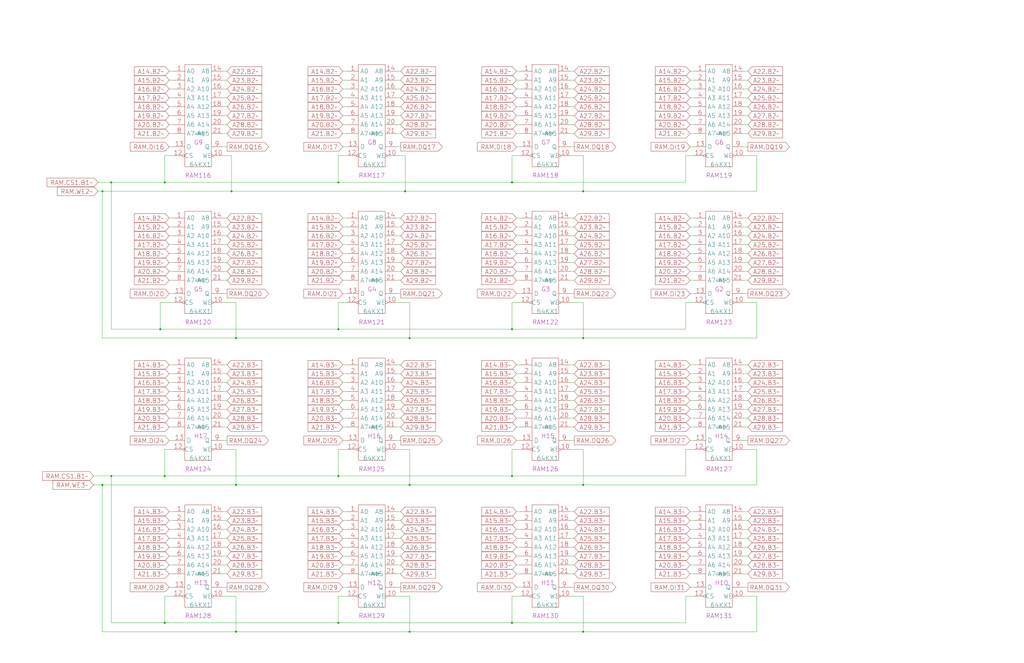
<source format=kicad_sch>
(kicad_sch (version 20250114) (generator "eeschema") (generator_version "9.0")
  (paper "User" 584.2 378.46)
  (title_block (title "RAMS\\nBANK 1\\nBYTE 2 / BYTE 3") (date "22-SEP-90") (rev "2.0") (comment 1 "IOC") (comment 2 "232-003061") (comment 3 "S400") (comment 4 "RELEASED"))
  (junction (at 233.68 193.04))
  (junction (at 134.62 193.04))
  (junction (at 332.74 360.68))
  (junction (at 132.08 109.22))
  (junction (at 63.5 271.78))
  (junction (at 63.5 104.14))
  (junction (at 292.1 271.78))
  (junction (at 193.04 271.78))
  (junction (at 233.68 360.68))
  (junction (at 292.1 355.6))
  (junction (at 193.04 187.96))
  (junction (at 193.04 355.6))
  (junction (at 91.44 187.96))
  (junction (at 292.1 104.14))
  (junction (at 332.74 109.22))
  (junction (at 58.42 109.22))
  (junction (at 332.74 193.04))
  (junction (at 231.14 109.22))
  (junction (at 134.62 360.68))
  (junction (at 93.98 271.78))
  (junction (at 58.42 276.86))
  (junction (at 134.62 276.86))
  (junction (at 292.1 187.96))
  (junction (at 332.74 276.86))
  (junction (at 93.98 104.14))
  (junction (at 193.04 104.14))
  (junction (at 93.98 355.6))
  (junction (at 233.68 276.86))
  (wire (pts (xy 127 139.7) (xy 129.54 139.7)))
  (wire (pts (xy 391.16 88.9) (xy 396.24 88.9)))
  (wire (pts (xy 127 60.96) (xy 129.54 60.96)))
  (wire (pts (xy 332.74 276.86) (xy 431.8 276.86)))
  (wire (pts (xy 294.64 233.68) (xy 297.18 233.68)))
  (wire (pts (xy 231.14 109.22) (xy 332.74 109.22)))
  (wire (pts (xy 393.7 297.18) (xy 396.24 297.18)))
  (wire (pts (xy 292.1 340.36) (xy 292.1 355.6)))
  (wire (pts (xy 127 124.46) (xy 129.54 124.46)))
  (wire (pts (xy 195.58 134.62) (xy 198.12 134.62)))
  (wire (pts (xy 93.98 88.9) (xy 93.98 104.14)))
  (wire (pts (xy 127 40.64) (xy 129.54 40.64)))
  (wire (pts (xy 96.52 144.78) (xy 99.06 144.78)))
  (wire (pts (xy 424.18 312.42) (xy 426.72 312.42)))
  (wire (pts (xy 294.64 55.88) (xy 297.18 55.88)))
  (wire (pts (xy 226.06 71.12) (xy 228.6 71.12)))
  (wire (pts (xy 226.06 40.64) (xy 228.6 40.64)))
  (wire (pts (xy 63.5 355.6) (xy 63.5 271.78)))
  (wire (pts (xy 195.58 66.04) (xy 198.12 66.04)))
  (wire (pts (xy 233.68 256.54) (xy 233.68 276.86)))
  (wire (pts (xy 294.64 238.76) (xy 297.18 238.76)))
  (wire (pts (xy 294.64 292.1) (xy 297.18 292.1)))
  (wire (pts (xy 226.06 144.78) (xy 228.6 144.78)))
  (wire (pts (xy 96.52 243.84) (xy 99.06 243.84)))
  (wire (pts (xy 325.12 243.84) (xy 327.66 243.84)))
  (wire (pts (xy 424.18 124.46) (xy 426.72 124.46)))
  (wire (pts (xy 424.18 45.72) (xy 426.72 45.72)))
  (wire (pts (xy 99.06 172.72) (xy 91.44 172.72)))
  (wire (pts (xy 226.06 124.46) (xy 228.6 124.46)))
  (wire (pts (xy 391.16 256.54) (xy 391.16 271.78)))
  (wire (pts (xy 195.58 129.54) (xy 198.12 129.54)))
  (wire (pts (xy 134.62 172.72) (xy 134.62 193.04)))
  (wire (pts (xy 127 149.86) (xy 129.54 149.86)))
  (wire (pts (xy 195.58 218.44) (xy 198.12 218.44)))
  (wire (pts (xy 226.06 218.44) (xy 228.6 218.44)))
  (wire (pts (xy 226.06 167.64) (xy 228.6 167.64)))
  (wire (pts (xy 424.18 251.46) (xy 426.72 251.46)))
  (wire (pts (xy 226.06 45.72) (xy 228.6 45.72)))
  (wire (pts (xy 325.12 129.54) (xy 327.66 129.54)))
  (wire (pts (xy 127 243.84) (xy 129.54 243.84)))
  (wire (pts (xy 424.18 256.54) (xy 431.8 256.54)))
  (wire (pts (xy 99.06 88.9) (xy 93.98 88.9)))
  (wire (pts (xy 424.18 60.96) (xy 426.72 60.96)))
  (wire (pts (xy 393.7 134.62) (xy 396.24 134.62)))
  (wire (pts (xy 226.06 76.2) (xy 228.6 76.2)))
  (wire (pts (xy 393.7 243.84) (xy 396.24 243.84)))
  (wire (pts (xy 96.52 302.26) (xy 99.06 302.26)))
  (wire (pts (xy 96.52 124.46) (xy 99.06 124.46)))
  (wire (pts (xy 195.58 297.18) (xy 198.12 297.18)))
  (wire (pts (xy 195.58 50.8) (xy 198.12 50.8)))
  (wire (pts (xy 294.64 71.12) (xy 297.18 71.12)))
  (wire (pts (xy 393.7 312.42) (xy 396.24 312.42)))
  (wire (pts (xy 93.98 271.78) (xy 193.04 271.78)))
  (wire (pts (xy 195.58 55.88) (xy 198.12 55.88)))
  (wire (pts (xy 424.18 335.28) (xy 426.72 335.28)))
  (wire (pts (xy 393.7 228.6) (xy 396.24 228.6)))
  (wire (pts (xy 294.64 60.96) (xy 297.18 60.96)))
  (wire (pts (xy 325.12 71.12) (xy 327.66 71.12)))
  (wire (pts (xy 292.1 256.54) (xy 292.1 271.78)))
  (wire (pts (xy 393.7 251.46) (xy 396.24 251.46)))
  (wire (pts (xy 195.58 327.66) (xy 198.12 327.66)))
  (wire (pts (xy 226.06 228.6) (xy 228.6 228.6)))
  (wire (pts (xy 393.7 50.8) (xy 396.24 50.8)))
  (wire (pts (xy 391.16 187.96) (xy 391.16 172.72)))
  (wire (pts (xy 134.62 276.86) (xy 233.68 276.86)))
  (wire (pts (xy 393.7 223.52) (xy 396.24 223.52)))
  (wire (pts (xy 226.06 256.54) (xy 233.68 256.54)))
  (wire (pts (xy 424.18 243.84) (xy 426.72 243.84)))
  (wire (pts (xy 233.68 276.86) (xy 332.74 276.86)))
  (wire (pts (xy 424.18 134.62) (xy 426.72 134.62)))
  (wire (pts (xy 195.58 233.68) (xy 198.12 233.68)))
  (wire (pts (xy 63.5 104.14) (xy 93.98 104.14)))
  (wire (pts (xy 393.7 213.36) (xy 396.24 213.36)))
  (wire (pts (xy 294.64 40.64) (xy 297.18 40.64)))
  (wire (pts (xy 226.06 149.86) (xy 228.6 149.86)))
  (wire (pts (xy 193.04 172.72) (xy 193.04 187.96)))
  (wire (pts (xy 396.24 256.54) (xy 391.16 256.54)))
  (wire (pts (xy 96.52 218.44) (xy 99.06 218.44)))
  (wire (pts (xy 424.18 340.36) (xy 431.8 340.36)))
  (wire (pts (xy 127 45.72) (xy 129.54 45.72)))
  (wire (pts (xy 99.06 256.54) (xy 93.98 256.54)))
  (wire (pts (xy 325.12 154.94) (xy 327.66 154.94)))
  (wire (pts (xy 195.58 71.12) (xy 198.12 71.12)))
  (wire (pts (xy 226.06 208.28) (xy 228.6 208.28)))
  (wire (pts (xy 226.06 223.52) (xy 228.6 223.52)))
  (wire (pts (xy 195.58 160.02) (xy 198.12 160.02)))
  (wire (pts (xy 292.1 355.6) (xy 193.04 355.6)))
  (wire (pts (xy 96.52 55.88) (xy 99.06 55.88)))
  (wire (pts (xy 292.1 271.78) (xy 391.16 271.78)))
  (wire (pts (xy 99.06 340.36) (xy 93.98 340.36)))
  (wire (pts (xy 424.18 154.94) (xy 426.72 154.94)))
  (wire (pts (xy 393.7 55.88) (xy 396.24 55.88)))
  (wire (pts (xy 325.12 297.18) (xy 327.66 297.18)))
  (wire (pts (xy 294.64 50.8) (xy 297.18 50.8)))
  (wire (pts (xy 297.18 256.54) (xy 292.1 256.54)))
  (wire (pts (xy 96.52 134.62) (xy 99.06 134.62)))
  (wire (pts (xy 96.52 71.12) (xy 99.06 71.12)))
  (wire (pts (xy 96.52 297.18) (xy 99.06 297.18)))
  (wire (pts (xy 431.8 88.9) (xy 424.18 88.9)))
  (wire (pts (xy 325.12 60.96) (xy 327.66 60.96)))
  (wire (pts (xy 195.58 124.46) (xy 198.12 124.46)))
  (wire (pts (xy 193.04 355.6) (xy 93.98 355.6)))
  (wire (pts (xy 195.58 243.84) (xy 198.12 243.84)))
  (wire (pts (xy 325.12 76.2) (xy 327.66 76.2)))
  (wire (pts (xy 294.64 83.82) (xy 297.18 83.82)))
  (wire (pts (xy 96.52 233.68) (xy 99.06 233.68)))
  (wire (pts (xy 393.7 307.34) (xy 396.24 307.34)))
  (wire (pts (xy 127 55.88) (xy 129.54 55.88)))
  (wire (pts (xy 226.06 213.36) (xy 228.6 213.36)))
  (wire (pts (xy 424.18 167.64) (xy 426.72 167.64)))
  (wire (pts (xy 325.12 167.64) (xy 327.66 167.64)))
  (wire (pts (xy 195.58 83.82) (xy 198.12 83.82)))
  (wire (pts (xy 226.06 172.72) (xy 233.68 172.72)))
  (wire (pts (xy 325.12 139.7) (xy 327.66 139.7)))
  (wire (pts (xy 424.18 223.52) (xy 426.72 223.52)))
  (wire (pts (xy 424.18 40.64) (xy 426.72 40.64)))
  (wire (pts (xy 127 144.78) (xy 129.54 144.78)))
  (wire (pts (xy 96.52 76.2) (xy 99.06 76.2)))
  (wire (pts (xy 195.58 149.86) (xy 198.12 149.86)))
  (wire (pts (xy 127 167.64) (xy 129.54 167.64)))
  (wire (pts (xy 195.58 322.58) (xy 198.12 322.58)))
  (wire (pts (xy 127 208.28) (xy 129.54 208.28)))
  (wire (pts (xy 294.64 66.04) (xy 297.18 66.04)))
  (wire (pts (xy 134.62 256.54) (xy 134.62 276.86)))
  (wire (pts (xy 226.06 251.46) (xy 228.6 251.46)))
  (wire (pts (xy 195.58 307.34) (xy 198.12 307.34)))
  (wire (pts (xy 96.52 213.36) (xy 99.06 213.36)))
  (wire (pts (xy 393.7 149.86) (xy 396.24 149.86)))
  (wire (pts (xy 424.18 327.66) (xy 426.72 327.66)))
  (wire (pts (xy 393.7 45.72) (xy 396.24 45.72)))
  (wire (pts (xy 63.5 187.96) (xy 91.44 187.96)))
  (wire (pts (xy 195.58 312.42) (xy 198.12 312.42)))
  (wire (pts (xy 325.12 208.28) (xy 327.66 208.28)))
  (wire (pts (xy 226.06 307.34) (xy 228.6 307.34)))
  (wire (pts (xy 96.52 160.02) (xy 99.06 160.02)))
  (wire (pts (xy 325.12 327.66) (xy 327.66 327.66)))
  (wire (pts (xy 393.7 302.26) (xy 396.24 302.26)))
  (wire (pts (xy 325.12 317.5) (xy 327.66 317.5)))
  (wire (pts (xy 325.12 83.82) (xy 327.66 83.82)))
  (wire (pts (xy 233.68 340.36) (xy 233.68 360.68)))
  (wire (pts (xy 424.18 66.04) (xy 426.72 66.04)))
  (wire (pts (xy 127 160.02) (xy 129.54 160.02)))
  (wire (pts (xy 393.7 40.64) (xy 396.24 40.64)))
  (wire (pts (xy 226.06 129.54) (xy 228.6 129.54)))
  (wire (pts (xy 195.58 292.1) (xy 198.12 292.1)))
  (wire (pts (xy 53.34 271.78) (xy 63.5 271.78)))
  (wire (pts (xy 226.06 134.62) (xy 228.6 134.62)))
  (wire (pts (xy 424.18 302.26) (xy 426.72 302.26)))
  (wire (pts (xy 332.74 172.72) (xy 332.74 193.04)))
  (wire (pts (xy 294.64 124.46) (xy 297.18 124.46)))
  (wire (pts (xy 424.18 208.28) (xy 426.72 208.28)))
  (wire (pts (xy 424.18 233.68) (xy 426.72 233.68)))
  (wire (pts (xy 127 238.76) (xy 129.54 238.76)))
  (wire (pts (xy 431.8 360.68) (xy 332.74 360.68)))
  (wire (pts (xy 58.42 360.68) (xy 58.42 276.86)))
  (wire (pts (xy 193.04 88.9) (xy 193.04 104.14)))
  (wire (pts (xy 424.18 218.44) (xy 426.72 218.44)))
  (wire (pts (xy 93.98 104.14) (xy 193.04 104.14)))
  (wire (pts (xy 424.18 83.82) (xy 426.72 83.82)))
  (wire (pts (xy 294.64 335.28) (xy 297.18 335.28)))
  (wire (pts (xy 332.74 109.22) (xy 431.8 109.22)))
  (wire (pts (xy 294.64 154.94) (xy 297.18 154.94)))
  (wire (pts (xy 393.7 292.1) (xy 396.24 292.1)))
  (wire (pts (xy 193.04 256.54) (xy 193.04 271.78)))
  (wire (pts (xy 226.06 60.96) (xy 228.6 60.96)))
  (wire (pts (xy 294.64 243.84) (xy 297.18 243.84)))
  (wire (pts (xy 294.64 134.62) (xy 297.18 134.62)))
  (wire (pts (xy 96.52 139.7) (xy 99.06 139.7)))
  (wire (pts (xy 127 66.04) (xy 129.54 66.04)))
  (wire (pts (xy 226.06 317.5) (xy 228.6 317.5)))
  (wire (pts (xy 195.58 228.6) (xy 198.12 228.6)))
  (wire (pts (xy 96.52 307.34) (xy 99.06 307.34)))
  (wire (pts (xy 132.08 88.9) (xy 132.08 109.22)))
  (wire (pts (xy 127 50.8) (xy 129.54 50.8)))
  (wire (pts (xy 294.64 139.7) (xy 297.18 139.7)))
  (wire (pts (xy 297.18 172.72) (xy 292.1 172.72)))
  (wire (pts (xy 91.44 172.72) (xy 91.44 187.96)))
  (wire (pts (xy 424.18 213.36) (xy 426.72 213.36)))
  (wire (pts (xy 393.7 238.76) (xy 396.24 238.76)))
  (wire (pts (xy 198.12 340.36) (xy 193.04 340.36)))
  (wire (pts (xy 393.7 233.68) (xy 396.24 233.68)))
  (wire (pts (xy 134.62 193.04) (xy 233.68 193.04)))
  (wire (pts (xy 55.88 104.14) (xy 63.5 104.14)))
  (wire (pts (xy 391.16 340.36) (xy 391.16 355.6)))
  (wire (pts (xy 325.12 340.36) (xy 332.74 340.36)))
  (wire (pts (xy 96.52 292.1) (xy 99.06 292.1)))
  (wire (pts (xy 195.58 213.36) (xy 198.12 213.36)))
  (wire (pts (xy 127 297.18) (xy 129.54 297.18)))
  (wire (pts (xy 325.12 149.86) (xy 327.66 149.86)))
  (wire (pts (xy 393.7 335.28) (xy 396.24 335.28)))
  (wire (pts (xy 127 218.44) (xy 129.54 218.44)))
  (wire (pts (xy 127 292.1) (xy 129.54 292.1)))
  (wire (pts (xy 424.18 50.8) (xy 426.72 50.8)))
  (wire (pts (xy 294.64 45.72) (xy 297.18 45.72)))
  (wire (pts (xy 325.12 233.68) (xy 327.66 233.68)))
  (wire (pts (xy 325.12 88.9) (xy 332.74 88.9)))
  (wire (pts (xy 294.64 302.26) (xy 297.18 302.26)))
  (wire (pts (xy 195.58 251.46) (xy 198.12 251.46)))
  (wire (pts (xy 294.64 307.34) (xy 297.18 307.34)))
  (wire (pts (xy 63.5 104.14) (xy 63.5 187.96)))
  (wire (pts (xy 332.74 360.68) (xy 233.68 360.68)))
  (wire (pts (xy 127 327.66) (xy 129.54 327.66)))
  (wire (pts (xy 127 129.54) (xy 129.54 129.54)))
  (wire (pts (xy 96.52 45.72) (xy 99.06 45.72)))
  (wire (pts (xy 393.7 76.2) (xy 396.24 76.2)))
  (wire (pts (xy 58.42 109.22) (xy 58.42 193.04)))
  (wire (pts (xy 297.18 340.36) (xy 292.1 340.36)))
  (wire (pts (xy 294.64 167.64) (xy 297.18 167.64)))
  (wire (pts (xy 127 317.5) (xy 129.54 317.5)))
  (wire (pts (xy 294.64 76.2) (xy 297.18 76.2)))
  (wire (pts (xy 325.12 160.02) (xy 327.66 160.02)))
  (wire (pts (xy 325.12 251.46) (xy 327.66 251.46)))
  (wire (pts (xy 55.88 109.22) (xy 58.42 109.22)))
  (wire (pts (xy 193.04 104.14) (xy 292.1 104.14)))
  (wire (pts (xy 96.52 167.64) (xy 99.06 167.64)))
  (wire (pts (xy 325.12 66.04) (xy 327.66 66.04)))
  (wire (pts (xy 226.06 292.1) (xy 228.6 292.1)))
  (wire (pts (xy 393.7 327.66) (xy 396.24 327.66)))
  (wire (pts (xy 424.18 144.78) (xy 426.72 144.78)))
  (wire (pts (xy 226.06 302.26) (xy 228.6 302.26)))
  (wire (pts (xy 127 251.46) (xy 129.54 251.46)))
  (wire (pts (xy 391.16 355.6) (xy 292.1 355.6)))
  (wire (pts (xy 127 71.12) (xy 129.54 71.12)))
  (wire (pts (xy 226.06 50.8) (xy 228.6 50.8)))
  (wire (pts (xy 96.52 40.64) (xy 99.06 40.64)))
  (wire (pts (xy 233.68 172.72) (xy 233.68 193.04)))
  (wire (pts (xy 294.64 208.28) (xy 297.18 208.28)))
  (wire (pts (xy 226.06 139.7) (xy 228.6 139.7)))
  (wire (pts (xy 127 307.34) (xy 129.54 307.34)))
  (wire (pts (xy 233.68 193.04) (xy 332.74 193.04)))
  (wire (pts (xy 127 213.36) (xy 129.54 213.36)))
  (wire (pts (xy 297.18 88.9) (xy 292.1 88.9)))
  (wire (pts (xy 294.64 251.46) (xy 297.18 251.46)))
  (wire (pts (xy 424.18 238.76) (xy 426.72 238.76)))
  (wire (pts (xy 396.24 340.36) (xy 391.16 340.36)))
  (wire (pts (xy 96.52 238.76) (xy 99.06 238.76)))
  (wire (pts (xy 294.64 144.78) (xy 297.18 144.78)))
  (wire (pts (xy 226.06 322.58) (xy 228.6 322.58)))
  (wire (pts (xy 127 256.54) (xy 134.62 256.54)))
  (wire (pts (xy 58.42 193.04) (xy 134.62 193.04)))
  (wire (pts (xy 195.58 45.72) (xy 198.12 45.72)))
  (wire (pts (xy 134.62 340.36) (xy 134.62 360.68)))
  (wire (pts (xy 127 134.62) (xy 129.54 134.62)))
  (wire (pts (xy 325.12 292.1) (xy 327.66 292.1)))
  (wire (pts (xy 226.06 340.36) (xy 233.68 340.36)))
  (wire (pts (xy 226.06 297.18) (xy 228.6 297.18)))
  (wire (pts (xy 294.64 317.5) (xy 297.18 317.5)))
  (wire (pts (xy 193.04 187.96) (xy 292.1 187.96)))
  (wire (pts (xy 127 154.94) (xy 129.54 154.94)))
  (wire (pts (xy 96.52 223.52) (xy 99.06 223.52)))
  (wire (pts (xy 195.58 317.5) (xy 198.12 317.5)))
  (wire (pts (xy 294.64 322.58) (xy 297.18 322.58)))
  (wire (pts (xy 226.06 88.9) (xy 231.14 88.9)))
  (wire (pts (xy 195.58 208.28) (xy 198.12 208.28)))
  (wire (pts (xy 96.52 228.6) (xy 99.06 228.6)))
  (wire (pts (xy 424.18 71.12) (xy 426.72 71.12)))
  (wire (pts (xy 198.12 88.9) (xy 193.04 88.9)))
  (wire (pts (xy 96.52 129.54) (xy 99.06 129.54)))
  (wire (pts (xy 96.52 327.66) (xy 99.06 327.66)))
  (wire (pts (xy 424.18 228.6) (xy 426.72 228.6)))
  (wire (pts (xy 127 83.82) (xy 129.54 83.82)))
  (wire (pts (xy 424.18 139.7) (xy 426.72 139.7)))
  (wire (pts (xy 134.62 360.68) (xy 58.42 360.68)))
  (wire (pts (xy 424.18 297.18) (xy 426.72 297.18)))
  (wire (pts (xy 195.58 238.76) (xy 198.12 238.76)))
  (wire (pts (xy 325.12 134.62) (xy 327.66 134.62)))
  (wire (pts (xy 96.52 154.94) (xy 99.06 154.94)))
  (wire (pts (xy 325.12 228.6) (xy 327.66 228.6)))
  (wire (pts (xy 193.04 340.36) (xy 193.04 355.6)))
  (wire (pts (xy 127 228.6) (xy 129.54 228.6)))
  (wire (pts (xy 96.52 251.46) (xy 99.06 251.46)))
  (wire (pts (xy 393.7 66.04) (xy 396.24 66.04)))
  (wire (pts (xy 195.58 60.96) (xy 198.12 60.96)))
  (wire (pts (xy 325.12 40.64) (xy 327.66 40.64)))
  (wire (pts (xy 294.64 297.18) (xy 297.18 297.18)))
  (wire (pts (xy 294.64 213.36) (xy 297.18 213.36)))
  (wire (pts (xy 58.42 276.86) (xy 134.62 276.86)))
  (wire (pts (xy 226.06 83.82) (xy 228.6 83.82)))
  (wire (pts (xy 431.8 193.04) (xy 431.8 172.72)))
  (wire (pts (xy 93.98 256.54) (xy 93.98 271.78)))
  (wire (pts (xy 195.58 154.94) (xy 198.12 154.94)))
  (wire (pts (xy 198.12 172.72) (xy 193.04 172.72)))
  (wire (pts (xy 431.8 109.22) (xy 431.8 88.9)))
  (wire (pts (xy 294.64 218.44) (xy 297.18 218.44)))
  (wire (pts (xy 233.68 360.68) (xy 134.62 360.68)))
  (wire (pts (xy 325.12 335.28) (xy 327.66 335.28)))
  (wire (pts (xy 393.7 83.82) (xy 396.24 83.82)))
  (wire (pts (xy 96.52 149.86) (xy 99.06 149.86)))
  (wire (pts (xy 325.12 312.42) (xy 327.66 312.42)))
  (wire (pts (xy 424.18 149.86) (xy 426.72 149.86)))
  (wire (pts (xy 325.12 213.36) (xy 327.66 213.36)))
  (wire (pts (xy 127 302.26) (xy 129.54 302.26)))
  (wire (pts (xy 96.52 317.5) (xy 99.06 317.5)))
  (wire (pts (xy 127 223.52) (xy 129.54 223.52)))
  (wire (pts (xy 127 312.42) (xy 129.54 312.42)))
  (wire (pts (xy 195.58 223.52) (xy 198.12 223.52)))
  (wire (pts (xy 294.64 149.86) (xy 297.18 149.86)))
  (wire (pts (xy 325.12 45.72) (xy 327.66 45.72)))
  (wire (pts (xy 96.52 50.8) (xy 99.06 50.8)))
  (wire (pts (xy 393.7 139.7) (xy 396.24 139.7)))
  (wire (pts (xy 294.64 228.6) (xy 297.18 228.6)))
  (wire (pts (xy 96.52 60.96) (xy 99.06 60.96)))
  (wire (pts (xy 424.18 317.5) (xy 426.72 317.5)))
  (wire (pts (xy 195.58 335.28) (xy 198.12 335.28)))
  (wire (pts (xy 292.1 172.72) (xy 292.1 187.96)))
  (wire (pts (xy 332.74 193.04) (xy 431.8 193.04)))
  (wire (pts (xy 325.12 322.58) (xy 327.66 322.58)))
  (wire (pts (xy 393.7 322.58) (xy 396.24 322.58)))
  (wire (pts (xy 63.5 271.78) (xy 93.98 271.78)))
  (wire (pts (xy 226.06 154.94) (xy 228.6 154.94)))
  (wire (pts (xy 127 88.9) (xy 132.08 88.9)))
  (wire (pts (xy 325.12 218.44) (xy 327.66 218.44)))
  (wire (pts (xy 325.12 50.8) (xy 327.66 50.8)))
  (wire (pts (xy 96.52 312.42) (xy 99.06 312.42)))
  (wire (pts (xy 127 335.28) (xy 129.54 335.28)))
  (wire (pts (xy 424.18 322.58) (xy 426.72 322.58)))
  (wire (pts (xy 226.06 66.04) (xy 228.6 66.04)))
  (wire (pts (xy 391.16 172.72) (xy 396.24 172.72)))
  (wire (pts (xy 393.7 144.78) (xy 396.24 144.78)))
  (wire (pts (xy 226.06 55.88) (xy 228.6 55.88)))
  (wire (pts (xy 226.06 312.42) (xy 228.6 312.42)))
  (wire (pts (xy 231.14 88.9) (xy 231.14 109.22)))
  (wire (pts (xy 393.7 124.46) (xy 396.24 124.46)))
  (wire (pts (xy 294.64 223.52) (xy 297.18 223.52)))
  (wire (pts (xy 193.04 256.54) (xy 198.12 256.54)))
  (wire (pts (xy 294.64 129.54) (xy 297.18 129.54)))
  (wire (pts (xy 294.64 160.02) (xy 297.18 160.02)))
  (wire (pts (xy 195.58 76.2) (xy 198.12 76.2)))
  (wire (pts (xy 393.7 160.02) (xy 396.24 160.02)))
  (wire (pts (xy 391.16 104.14) (xy 391.16 88.9)))
  (wire (pts (xy 195.58 144.78) (xy 198.12 144.78)))
  (wire (pts (xy 226.06 233.68) (xy 228.6 233.68)))
  (wire (pts (xy 292.1 88.9) (xy 292.1 104.14)))
  (wire (pts (xy 325.12 223.52) (xy 327.66 223.52)))
  (wire (pts (xy 431.8 172.72) (xy 424.18 172.72)))
  (wire (pts (xy 127 340.36) (xy 134.62 340.36)))
  (wire (pts (xy 292.1 187.96) (xy 391.16 187.96)))
  (wire (pts (xy 325.12 307.34) (xy 327.66 307.34)))
  (wire (pts (xy 424.18 307.34) (xy 426.72 307.34)))
  (wire (pts (xy 195.58 40.64) (xy 198.12 40.64)))
  (wire (pts (xy 325.12 256.54) (xy 332.74 256.54)))
  (wire (pts (xy 325.12 55.88) (xy 327.66 55.88)))
  (wire (pts (xy 96.52 83.82) (xy 99.06 83.82)))
  (wire (pts (xy 96.52 208.28) (xy 99.06 208.28)))
  (wire (pts (xy 393.7 129.54) (xy 396.24 129.54)))
  (wire (pts (xy 53.34 276.86) (xy 58.42 276.86)))
  (wire (pts (xy 132.08 109.22) (xy 231.14 109.22)))
  (wire (pts (xy 431.8 256.54) (xy 431.8 276.86)))
  (wire (pts (xy 332.74 88.9) (xy 332.74 109.22)))
  (wire (pts (xy 195.58 302.26) (xy 198.12 302.26)))
  (wire (pts (xy 127 172.72) (xy 134.62 172.72)))
  (wire (pts (xy 393.7 71.12) (xy 396.24 71.12)))
  (wire (pts (xy 58.42 109.22) (xy 132.08 109.22)))
  (wire (pts (xy 393.7 60.96) (xy 396.24 60.96)))
  (wire (pts (xy 393.7 167.64) (xy 396.24 167.64)))
  (wire (pts (xy 325.12 302.26) (xy 327.66 302.26)))
  (wire (pts (xy 193.04 271.78) (xy 292.1 271.78)))
  (wire (pts (xy 195.58 139.7) (xy 198.12 139.7)))
  (wire (pts (xy 96.52 66.04) (xy 99.06 66.04)))
  (wire (pts (xy 424.18 76.2) (xy 426.72 76.2)))
  (wire (pts (xy 127 76.2) (xy 129.54 76.2)))
  (wire (pts (xy 431.8 340.36) (xy 431.8 360.68)))
  (wire (pts (xy 226.06 327.66) (xy 228.6 327.66)))
  (wire (pts (xy 393.7 317.5) (xy 396.24 317.5)))
  (wire (pts (xy 393.7 218.44) (xy 396.24 218.44)))
  (wire (pts (xy 226.06 238.76) (xy 228.6 238.76)))
  (wire (pts (xy 127 322.58) (xy 129.54 322.58)))
  (wire (pts (xy 226.06 335.28) (xy 228.6 335.28)))
  (wire (pts (xy 226.06 243.84) (xy 228.6 243.84)))
  (wire (pts (xy 294.64 327.66) (xy 297.18 327.66)))
  (wire (pts (xy 93.98 355.6) (xy 63.5 355.6)))
  (wire (pts (xy 294.64 312.42) (xy 297.18 312.42)))
  (wire (pts (xy 325.12 238.76) (xy 327.66 238.76)))
  (wire (pts (xy 393.7 208.28) (xy 396.24 208.28)))
  (wire (pts (xy 96.52 335.28) (xy 99.06 335.28)))
  (wire (pts (xy 332.74 256.54) (xy 332.74 276.86)))
  (wire (pts (xy 91.44 187.96) (xy 193.04 187.96)))
  (wire (pts (xy 93.98 340.36) (xy 93.98 355.6)))
  (wire (pts (xy 424.18 292.1) (xy 426.72 292.1)))
  (wire (pts (xy 226.06 160.02) (xy 228.6 160.02)))
  (wire (pts (xy 424.18 55.88) (xy 426.72 55.88)))
  (wire (pts (xy 332.74 340.36) (xy 332.74 360.68)))
  (wire (pts (xy 325.12 172.72) (xy 332.74 172.72)))
  (wire (pts (xy 96.52 322.58) (xy 99.06 322.58)))
  (wire (pts (xy 292.1 104.14) (xy 391.16 104.14)))
  (wire (pts (xy 424.18 160.02) (xy 426.72 160.02)))
  (wire (pts (xy 127 233.68) (xy 129.54 233.68)))
  (wire (pts (xy 325.12 124.46) (xy 327.66 124.46)))
  (wire (pts (xy 195.58 167.64) (xy 198.12 167.64)))
  (wire (pts (xy 424.18 129.54) (xy 426.72 129.54)))
  (wire (pts (xy 325.12 144.78) (xy 327.66 144.78)))
  (wire (pts (xy 393.7 154.94) (xy 396.24 154.94)))
  (global_label "A22.B2~" (shape input) (at 327.66 124.46 0) (effects (font (size 2.54 2.54))) (property "Intersheetrefs" "${INTERSHEET_REFS}" (at 347.8651 124.3013 0) (effects (font (size 1.905 1.905)) (justify left))))
  (global_label "A24.B3~" (shape input) (at 228.6 218.44 0) (effects (font (size 2.54 2.54))) (property "Intersheetrefs" "${INTERSHEET_REFS}" (at 249.047 218.2813 0) (effects (font (size 1.905 1.905)) (justify left))))
  (global_label "A27.B3~" (shape input) (at 129.54 233.68 0) (effects (font (size 2.54 2.54))) (property "Intersheetrefs" "${INTERSHEET_REFS}" (at 149.987 233.5213 0) (effects (font (size 1.905 1.905)) (justify left))))
  (global_label "A26.B2~" (shape input) (at 327.66 60.96 0) (effects (font (size 2.54 2.54))) (property "Intersheetrefs" "${INTERSHEET_REFS}" (at 348.107 60.8013 0) (effects (font (size 1.905 1.905)) (justify left))))
  (global_label "A15.B2~" (shape input) (at 393.7 45.72 180) (effects (font (size 2.54 2.54))) (property "Intersheetrefs" "${INTERSHEET_REFS}" (at 373.253 45.5613 0) (effects (font (size 1.905 1.905)) (justify right))))
  (global_label "A29.B3~" (shape input) (at 129.54 243.84 0) (effects (font (size 2.54 2.54))) (property "Intersheetrefs" "${INTERSHEET_REFS}" (at 149.987 243.6813 0) (effects (font (size 1.905 1.905)) (justify left))))
  (global_label "A19.B2~" (shape input) (at 294.64 149.86 180) (effects (font (size 2.54 2.54))) (property "Intersheetrefs" "${INTERSHEET_REFS}" (at 274.193 149.7013 0) (effects (font (size 1.905 1.905)) (justify right))))
  (global_label "A24.B3~" (shape input) (at 228.6 302.26 0) (effects (font (size 2.54 2.54))) (property "Intersheetrefs" "${INTERSHEET_REFS}" (at 249.047 302.1013 0) (effects (font (size 1.905 1.905)) (justify left))))
  (global_label "RAM.DQ22" (shape output) (at 327.66 167.64 0) (effects (font (size 2.54 2.54))) (property "Intersheetrefs" "${INTERSHEET_REFS}" (at 351.7356 167.4813 0) (effects (font (size 1.905 1.905)) (justify left))))
  (global_label "A17.B2~" (shape input) (at 294.64 55.88 180) (effects (font (size 2.54 2.54))) (property "Intersheetrefs" "${INTERSHEET_REFS}" (at 274.193 55.7213 0) (effects (font (size 1.905 1.905)) (justify right))))
  (global_label "A28.B2~" (shape input) (at 228.6 154.94 0) (effects (font (size 2.54 2.54))) (property "Intersheetrefs" "${INTERSHEET_REFS}" (at 249.047 154.7813 0) (effects (font (size 1.905 1.905)) (justify left))))
  (global_label "A21.B3~" (shape input) (at 195.58 327.66 180) (effects (font (size 2.54 2.54))) (property "Intersheetrefs" "${INTERSHEET_REFS}" (at 175.133 327.5013 0) (effects (font (size 1.905 1.905)) (justify right))))
  (global_label "A25.B3~" (shape input) (at 228.6 307.34 0) (effects (font (size 2.54 2.54))) (property "Intersheetrefs" "${INTERSHEET_REFS}" (at 249.047 307.1813 0) (effects (font (size 1.905 1.905)) (justify left))))
  (global_label "A21.B2~" (shape input) (at 96.52 76.2 180) (effects (font (size 2.54 2.54))) (property "Intersheetrefs" "${INTERSHEET_REFS}" (at 76.073 76.0413 0) (effects (font (size 1.905 1.905)) (justify right))))
  (global_label "A21.B3~" (shape input) (at 393.7 243.84 180) (effects (font (size 2.54 2.54))) (property "Intersheetrefs" "${INTERSHEET_REFS}" (at 373.253 243.6813 0) (effects (font (size 1.905 1.905)) (justify right))))
  (global_label "A15.B3~" (shape input) (at 294.64 213.36 180) (effects (font (size 2.54 2.54))) (property "Intersheetrefs" "${INTERSHEET_REFS}" (at 274.193 213.2013 0) (effects (font (size 1.905 1.905)) (justify right))))
  (global_label "A27.B2~" (shape input) (at 129.54 149.86 0) (effects (font (size 2.54 2.54))) (property "Intersheetrefs" "${INTERSHEET_REFS}" (at 149.987 149.7013 0) (effects (font (size 1.905 1.905)) (justify left))))
  (global_label "A23.B3~" (shape input) (at 228.6 213.36 0) (effects (font (size 2.54 2.54))) (property "Intersheetrefs" "${INTERSHEET_REFS}" (at 249.047 213.2013 0) (effects (font (size 1.905 1.905)) (justify left))))
  (global_label "A18.B3~" (shape input) (at 294.64 312.42 180) (effects (font (size 2.54 2.54))) (property "Intersheetrefs" "${INTERSHEET_REFS}" (at 274.193 312.2613 0) (effects (font (size 1.905 1.905)) (justify right))))
  (global_label "A26.B3~" (shape input) (at 129.54 312.42 0) (effects (font (size 2.54 2.54))) (property "Intersheetrefs" "${INTERSHEET_REFS}" (at 149.987 312.2613 0) (effects (font (size 1.905 1.905)) (justify left))))
  (global_label "A20.B2~" (shape input) (at 393.7 154.94 180) (effects (font (size 2.54 2.54))) (property "Intersheetrefs" "${INTERSHEET_REFS}" (at 373.253 154.7813 0) (effects (font (size 1.905 1.905)) (justify right))))
  (global_label "A17.B2~" (shape input) (at 96.52 139.7 180) (effects (font (size 2.54 2.54))) (property "Intersheetrefs" "${INTERSHEET_REFS}" (at 76.073 139.5413 0) (effects (font (size 1.905 1.905)) (justify right))))
  (global_label "A20.B3~" (shape input) (at 393.7 322.58 180) (effects (font (size 2.54 2.54))) (property "Intersheetrefs" "${INTERSHEET_REFS}" (at 373.253 322.4213 0) (effects (font (size 1.905 1.905)) (justify right))))
  (global_label "A21.B2~" (shape input) (at 195.58 160.02 180) (effects (font (size 2.54 2.54))) (property "Intersheetrefs" "${INTERSHEET_REFS}" (at 175.133 159.8613 0) (effects (font (size 1.905 1.905)) (justify right))))
  (global_label "A14.B2~" (shape input) (at 96.52 40.64 180) (effects (font (size 2.54 2.54))) (property "Intersheetrefs" "${INTERSHEET_REFS}" (at 76.3149 40.4813 0) (effects (font (size 1.905 1.905)) (justify right))))
  (global_label "A18.B2~" (shape input) (at 195.58 60.96 180) (effects (font (size 2.54 2.54))) (property "Intersheetrefs" "${INTERSHEET_REFS}" (at 175.133 60.8013 0) (effects (font (size 1.905 1.905)) (justify right))))
  (global_label "A20.B3~" (shape input) (at 294.64 322.58 180) (effects (font (size 2.54 2.54))) (property "Intersheetrefs" "${INTERSHEET_REFS}" (at 274.193 322.4213 0) (effects (font (size 1.905 1.905)) (justify right))))
  (global_label "A17.B2~" (shape input) (at 195.58 139.7 180) (effects (font (size 2.54 2.54))) (property "Intersheetrefs" "${INTERSHEET_REFS}" (at 175.133 139.5413 0) (effects (font (size 1.905 1.905)) (justify right))))
  (global_label "A29.B3~" (shape input) (at 426.72 243.84 0) (effects (font (size 2.54 2.54))) (property "Intersheetrefs" "${INTERSHEET_REFS}" (at 447.167 243.6813 0) (effects (font (size 1.905 1.905)) (justify left))))
  (global_label "A23.B3~" (shape input) (at 426.72 213.36 0) (effects (font (size 2.54 2.54))) (property "Intersheetrefs" "${INTERSHEET_REFS}" (at 447.167 213.2013 0) (effects (font (size 1.905 1.905)) (justify left))))
  (global_label "A20.B3~" (shape input) (at 195.58 322.58 180) (effects (font (size 2.54 2.54))) (property "Intersheetrefs" "${INTERSHEET_REFS}" (at 175.133 322.4213 0) (effects (font (size 1.905 1.905)) (justify right))))
  (global_label "A17.B3~" (shape input) (at 393.7 307.34 180) (effects (font (size 2.54 2.54))) (property "Intersheetrefs" "${INTERSHEET_REFS}" (at 373.253 307.1813 0) (effects (font (size 1.905 1.905)) (justify right))))
  (global_label "A22.B3~" (shape input) (at 228.6 292.1 0) (effects (font (size 2.54 2.54))) (property "Intersheetrefs" "${INTERSHEET_REFS}" (at 248.8051 291.9413 0) (effects (font (size 1.905 1.905)) (justify left))))
  (global_label "A19.B2~" (shape input) (at 96.52 66.04 180) (effects (font (size 2.54 2.54))) (property "Intersheetrefs" "${INTERSHEET_REFS}" (at 76.073 65.8813 0) (effects (font (size 1.905 1.905)) (justify right))))
  (global_label "A23.B3~" (shape input) (at 129.54 297.18 0) (effects (font (size 2.54 2.54))) (property "Intersheetrefs" "${INTERSHEET_REFS}" (at 149.987 297.0213 0) (effects (font (size 1.905 1.905)) (justify left))))
  (global_label "A14.B2~" (shape input) (at 294.64 124.46 180) (effects (font (size 2.54 2.54))) (property "Intersheetrefs" "${INTERSHEET_REFS}" (at 274.4349 124.3013 0) (effects (font (size 1.905 1.905)) (justify right))))
  (global_label "A21.B2~" (shape input) (at 96.52 160.02 180) (effects (font (size 2.54 2.54))) (property "Intersheetrefs" "${INTERSHEET_REFS}" (at 76.073 159.8613 0) (effects (font (size 1.905 1.905)) (justify right))))
  (global_label "A15.B2~" (shape input) (at 294.64 45.72 180) (effects (font (size 2.54 2.54))) (property "Intersheetrefs" "${INTERSHEET_REFS}" (at 274.193 45.5613 0) (effects (font (size 1.905 1.905)) (justify right))))
  (global_label "A24.B2~" (shape input) (at 228.6 50.8 0) (effects (font (size 2.54 2.54))) (property "Intersheetrefs" "${INTERSHEET_REFS}" (at 249.047 50.6413 0) (effects (font (size 1.905 1.905)) (justify left))))
  (global_label "A29.B2~" (shape input) (at 327.66 76.2 0) (effects (font (size 2.54 2.54))) (property "Intersheetrefs" "${INTERSHEET_REFS}" (at 348.107 76.0413 0) (effects (font (size 1.905 1.905)) (justify left))))
  (global_label "A25.B3~" (shape input) (at 426.72 223.52 0) (effects (font (size 2.54 2.54))) (property "Intersheetrefs" "${INTERSHEET_REFS}" (at 447.167 223.3613 0) (effects (font (size 1.905 1.905)) (justify left))))
  (global_label "A21.B2~" (shape input) (at 294.64 160.02 180) (effects (font (size 2.54 2.54))) (property "Intersheetrefs" "${INTERSHEET_REFS}" (at 274.193 159.8613 0) (effects (font (size 1.905 1.905)) (justify right))))
  (global_label "A23.B3~" (shape input) (at 426.72 297.18 0) (effects (font (size 2.54 2.54))) (property "Intersheetrefs" "${INTERSHEET_REFS}" (at 447.167 297.0213 0) (effects (font (size 1.905 1.905)) (justify left))))
  (global_label "A27.B3~" (shape input) (at 426.72 317.5 0) (effects (font (size 2.54 2.54))) (property "Intersheetrefs" "${INTERSHEET_REFS}" (at 447.167 317.3413 0) (effects (font (size 1.905 1.905)) (justify left))))
  (global_label "A24.B3~" (shape input) (at 426.72 302.26 0) (effects (font (size 2.54 2.54))) (property "Intersheetrefs" "${INTERSHEET_REFS}" (at 447.167 302.1013 0) (effects (font (size 1.905 1.905)) (justify left))))
  (global_label "RAM.DI25" (shape input) (at 195.58 251.46 180) (effects (font (size 2.54 2.54))) (property "Intersheetrefs" "${INTERSHEET_REFS}" (at 172.9559 251.3013 0) (effects (font (size 1.905 1.905)) (justify right))))
  (global_label "A18.B3~" (shape input) (at 393.7 312.42 180) (effects (font (size 2.54 2.54))) (property "Intersheetrefs" "${INTERSHEET_REFS}" (at 373.253 312.2613 0) (effects (font (size 1.905 1.905)) (justify right))))
  (global_label "A26.B3~" (shape input) (at 228.6 228.6 0) (effects (font (size 2.54 2.54))) (property "Intersheetrefs" "${INTERSHEET_REFS}" (at 249.047 228.4413 0) (effects (font (size 1.905 1.905)) (justify left))))
  (global_label "A22.B3~" (shape input) (at 327.66 292.1 0) (effects (font (size 2.54 2.54))) (property "Intersheetrefs" "${INTERSHEET_REFS}" (at 347.8651 291.9413 0) (effects (font (size 1.905 1.905)) (justify left))))
  (global_label "A28.B3~" (shape input) (at 129.54 322.58 0) (effects (font (size 2.54 2.54))) (property "Intersheetrefs" "${INTERSHEET_REFS}" (at 149.987 322.4213 0) (effects (font (size 1.905 1.905)) (justify left))))
  (global_label "A24.B2~" (shape input) (at 228.6 134.62 0) (effects (font (size 2.54 2.54))) (property "Intersheetrefs" "${INTERSHEET_REFS}" (at 249.047 134.4613 0) (effects (font (size 1.905 1.905)) (justify left))))
  (global_label "A18.B2~" (shape input) (at 393.7 144.78 180) (effects (font (size 2.54 2.54))) (property "Intersheetrefs" "${INTERSHEET_REFS}" (at 373.253 144.6213 0) (effects (font (size 1.905 1.905)) (justify right))))
  (global_label "RAM.DQ24" (shape output) (at 129.54 251.46 0) (effects (font (size 2.54 2.54))) (property "Intersheetrefs" "${INTERSHEET_REFS}" (at 153.6156 251.3013 0) (effects (font (size 1.905 1.905)) (justify left))))
  (global_label "A19.B3~" (shape input) (at 96.52 317.5 180) (effects (font (size 2.54 2.54))) (property "Intersheetrefs" "${INTERSHEET_REFS}" (at 76.073 317.3413 0) (effects (font (size 1.905 1.905)) (justify right))))
  (global_label "A23.B2~" (shape input) (at 129.54 129.54 0) (effects (font (size 2.54 2.54))) (property "Intersheetrefs" "${INTERSHEET_REFS}" (at 149.987 129.3813 0) (effects (font (size 1.905 1.905)) (justify left))))
  (global_label "A26.B3~" (shape input) (at 228.6 312.42 0) (effects (font (size 2.54 2.54))) (property "Intersheetrefs" "${INTERSHEET_REFS}" (at 249.047 312.2613 0) (effects (font (size 1.905 1.905)) (justify left))))
  (global_label "A19.B3~" (shape input) (at 195.58 317.5 180) (effects (font (size 2.54 2.54))) (property "Intersheetrefs" "${INTERSHEET_REFS}" (at 175.133 317.3413 0) (effects (font (size 1.905 1.905)) (justify right))))
  (global_label "A14.B3~" (shape input) (at 96.52 292.1 180) (effects (font (size 2.54 2.54))) (property "Intersheetrefs" "${INTERSHEET_REFS}" (at 76.3149 291.9413 0) (effects (font (size 1.905 1.905)) (justify right))))
  (global_label "A16.B3~" (shape input) (at 96.52 218.44 180) (effects (font (size 2.54 2.54))) (property "Intersheetrefs" "${INTERSHEET_REFS}" (at 76.3149 218.2813 0) (effects (font (size 1.905 1.905)) (justify right))))
  (global_label "A20.B2~" (shape input) (at 195.58 71.12 180) (effects (font (size 2.54 2.54))) (property "Intersheetrefs" "${INTERSHEET_REFS}" (at 175.133 70.9613 0) (effects (font (size 1.905 1.905)) (justify right))))
  (global_label "RAM.DI19" (shape input) (at 393.7 83.82 180) (effects (font (size 2.54 2.54))) (property "Intersheetrefs" "${INTERSHEET_REFS}" (at 371.0759 83.6613 0) (effects (font (size 1.905 1.905)) (justify right))))
  (global_label "A27.B2~" (shape input) (at 327.66 66.04 0) (effects (font (size 2.54 2.54))) (property "Intersheetrefs" "${INTERSHEET_REFS}" (at 348.107 65.8813 0) (effects (font (size 1.905 1.905)) (justify left))))
  (global_label "RAM.DI18" (shape input) (at 294.64 83.82 180) (effects (font (size 2.54 2.54))) (property "Intersheetrefs" "${INTERSHEET_REFS}" (at 272.0159 83.6613 0) (effects (font (size 1.905 1.905)) (justify right))))
  (global_label "RAM.DI22" (shape input) (at 294.64 167.64 180) (effects (font (size 2.54 2.54))) (property "Intersheetrefs" "${INTERSHEET_REFS}" (at 272.0159 167.4813 0) (effects (font (size 1.905 1.905)) (justify right))))
  (global_label "A24.B3~" (shape input) (at 327.66 302.26 0) (effects (font (size 2.54 2.54))) (property "Intersheetrefs" "${INTERSHEET_REFS}" (at 348.107 302.1013 0) (effects (font (size 1.905 1.905)) (justify left))))
  (global_label "A29.B3~" (shape input) (at 327.66 243.84 0) (effects (font (size 2.54 2.54))) (property "Intersheetrefs" "${INTERSHEET_REFS}" (at 348.107 243.6813 0) (effects (font (size 1.905 1.905)) (justify left))))
  (global_label "A16.B2~" (shape input) (at 294.64 50.8 180) (effects (font (size 2.54 2.54))) (property "Intersheetrefs" "${INTERSHEET_REFS}" (at 274.4349 50.6413 0) (effects (font (size 1.905 1.905)) (justify right))))
  (global_label "A14.B3~" (shape input) (at 195.58 292.1 180) (effects (font (size 2.54 2.54))) (property "Intersheetrefs" "${INTERSHEET_REFS}" (at 175.3749 291.9413 0) (effects (font (size 1.905 1.905)) (justify right))))
  (global_label "A27.B2~" (shape input) (at 129.54 66.04 0) (effects (font (size 2.54 2.54))) (property "Intersheetrefs" "${INTERSHEET_REFS}" (at 149.987 65.8813 0) (effects (font (size 1.905 1.905)) (justify left))))
  (global_label "RAM.DI31" (shape input) (at 393.7 335.28 180) (effects (font (size 2.54 2.54))) (property "Intersheetrefs" "${INTERSHEET_REFS}" (at 371.0759 335.1213 0) (effects (font (size 1.905 1.905)) (justify right))))
  (global_label "A25.B2~" (shape input) (at 327.66 139.7 0) (effects (font (size 2.54 2.54))) (property "Intersheetrefs" "${INTERSHEET_REFS}" (at 348.107 139.5413 0) (effects (font (size 1.905 1.905)) (justify left))))
  (global_label "A26.B3~" (shape input) (at 426.72 312.42 0) (effects (font (size 2.54 2.54))) (property "Intersheetrefs" "${INTERSHEET_REFS}" (at 447.167 312.2613 0) (effects (font (size 1.905 1.905)) (justify left))))
  (global_label "A28.B2~" (shape input) (at 426.72 71.12 0) (effects (font (size 2.54 2.54))) (property "Intersheetrefs" "${INTERSHEET_REFS}" (at 447.167 70.9613 0) (effects (font (size 1.905 1.905)) (justify left))))
  (global_label "A23.B3~" (shape input) (at 327.66 297.18 0) (effects (font (size 2.54 2.54))) (property "Intersheetrefs" "${INTERSHEET_REFS}" (at 348.107 297.0213 0) (effects (font (size 1.905 1.905)) (justify left))))
  (global_label "A19.B2~" (shape input) (at 393.7 66.04 180) (effects (font (size 2.54 2.54))) (property "Intersheetrefs" "${INTERSHEET_REFS}" (at 373.253 65.8813 0) (effects (font (size 1.905 1.905)) (justify right))))
  (global_label "RAM.WE2~" (shape input) (at 55.88 109.22 180) (effects (font (size 2.54 2.54))) (property "Intersheetrefs" "${INTERSHEET_REFS}" (at 32.4092 109.0613 0) (effects (font (size 1.905 1.905)) (justify right))))
  (global_label "A27.B2~" (shape input) (at 228.6 149.86 0) (effects (font (size 2.54 2.54))) (property "Intersheetrefs" "${INTERSHEET_REFS}" (at 249.047 149.7013 0) (effects (font (size 1.905 1.905)) (justify left))))
  (global_label "A23.B3~" (shape input) (at 327.66 213.36 0) (effects (font (size 2.54 2.54))) (property "Intersheetrefs" "${INTERSHEET_REFS}" (at 348.107 213.2013 0) (effects (font (size 1.905 1.905)) (justify left))))
  (global_label "A20.B3~" (shape input) (at 96.52 322.58 180) (effects (font (size 2.54 2.54))) (property "Intersheetrefs" "${INTERSHEET_REFS}" (at 76.073 322.4213 0) (effects (font (size 1.905 1.905)) (justify right))))
  (global_label "A23.B2~" (shape input) (at 426.72 129.54 0) (effects (font (size 2.54 2.54))) (property "Intersheetrefs" "${INTERSHEET_REFS}" (at 447.167 129.3813 0) (effects (font (size 1.905 1.905)) (justify left))))
  (global_label "A28.B3~" (shape input) (at 228.6 238.76 0) (effects (font (size 2.54 2.54))) (property "Intersheetrefs" "${INTERSHEET_REFS}" (at 249.047 238.6013 0) (effects (font (size 1.905 1.905)) (justify left))))
  (global_label "A25.B2~" (shape input) (at 228.6 139.7 0) (effects (font (size 2.54 2.54))) (property "Intersheetrefs" "${INTERSHEET_REFS}" (at 249.047 139.5413 0) (effects (font (size 1.905 1.905)) (justify left))))
  (global_label "A17.B3~" (shape input) (at 393.7 223.52 180) (effects (font (size 2.54 2.54))) (property "Intersheetrefs" "${INTERSHEET_REFS}" (at 373.253 223.3613 0) (effects (font (size 1.905 1.905)) (justify right))))
  (global_label "A19.B3~" (shape input) (at 96.52 233.68 180) (effects (font (size 2.54 2.54))) (property "Intersheetrefs" "${INTERSHEET_REFS}" (at 76.073 233.5213 0) (effects (font (size 1.905 1.905)) (justify right))))
  (global_label "A14.B3~" (shape input) (at 294.64 208.28 180) (effects (font (size 2.54 2.54))) (property "Intersheetrefs" "${INTERSHEET_REFS}" (at 274.4349 208.1213 0) (effects (font (size 1.905 1.905)) (justify right))))
  (global_label "A18.B3~" (shape input) (at 195.58 228.6 180) (effects (font (size 2.54 2.54))) (property "Intersheetrefs" "${INTERSHEET_REFS}" (at 175.133 228.4413 0) (effects (font (size 1.905 1.905)) (justify right))))
  (global_label "A16.B3~" (shape input) (at 294.64 302.26 180) (effects (font (size 2.54 2.54))) (property "Intersheetrefs" "${INTERSHEET_REFS}" (at 274.4349 302.1013 0) (effects (font (size 1.905 1.905)) (justify right))))
  (global_label "A24.B3~" (shape input) (at 426.72 218.44 0) (effects (font (size 2.54 2.54))) (property "Intersheetrefs" "${INTERSHEET_REFS}" (at 447.167 218.2813 0) (effects (font (size 1.905 1.905)) (justify left))))
  (global_label "A26.B2~" (shape input) (at 129.54 60.96 0) (effects (font (size 2.54 2.54))) (property "Intersheetrefs" "${INTERSHEET_REFS}" (at 149.987 60.8013 0) (effects (font (size 1.905 1.905)) (justify left))))
  (global_label "A16.B2~" (shape input) (at 96.52 50.8 180) (effects (font (size 2.54 2.54))) (property "Intersheetrefs" "${INTERSHEET_REFS}" (at 76.3149 50.6413 0) (effects (font (size 1.905 1.905)) (justify right))))
  (global_label "A27.B3~" (shape input) (at 129.54 317.5 0) (effects (font (size 2.54 2.54))) (property "Intersheetrefs" "${INTERSHEET_REFS}" (at 149.987 317.3413 0) (effects (font (size 1.905 1.905)) (justify left))))
  (global_label "A19.B3~" (shape input) (at 294.64 317.5 180) (effects (font (size 2.54 2.54))) (property "Intersheetrefs" "${INTERSHEET_REFS}" (at 274.193 317.3413 0) (effects (font (size 1.905 1.905)) (justify right))))
  (global_label "RAM.DQ16" (shape output) (at 129.54 83.82 0) (effects (font (size 2.54 2.54))) (property "Intersheetrefs" "${INTERSHEET_REFS}" (at 153.6156 83.6613 0) (effects (font (size 1.905 1.905)) (justify left))))
  (global_label "RAM.DQ25" (shape output) (at 228.6 251.46 0) (effects (font (size 2.54 2.54))) (property "Intersheetrefs" "${INTERSHEET_REFS}" (at 252.6756 251.3013 0) (effects (font (size 1.905 1.905)) (justify left))))
  (global_label "A28.B2~" (shape input) (at 327.66 154.94 0) (effects (font (size 2.54 2.54))) (property "Intersheetrefs" "${INTERSHEET_REFS}" (at 348.107 154.7813 0) (effects (font (size 1.905 1.905)) (justify left))))
  (global_label "A22.B2~" (shape input) (at 426.72 40.64 0) (effects (font (size 2.54 2.54))) (property "Intersheetrefs" "${INTERSHEET_REFS}" (at 446.9251 40.4813 0) (effects (font (size 1.905 1.905)) (justify left))))
  (global_label "A22.B3~" (shape input) (at 426.72 208.28 0) (effects (font (size 2.54 2.54))) (property "Intersheetrefs" "${INTERSHEET_REFS}" (at 446.9251 208.1213 0) (effects (font (size 1.905 1.905)) (justify left))))
  (global_label "A29.B3~" (shape input) (at 426.72 327.66 0) (effects (font (size 2.54 2.54))) (property "Intersheetrefs" "${INTERSHEET_REFS}" (at 447.167 327.5013 0) (effects (font (size 1.905 1.905)) (justify left))))
  (global_label "A20.B2~" (shape input) (at 195.58 154.94 180) (effects (font (size 2.54 2.54))) (property "Intersheetrefs" "${INTERSHEET_REFS}" (at 175.133 154.7813 0) (effects (font (size 1.905 1.905)) (justify right))))
  (global_label "A19.B2~" (shape input) (at 393.7 149.86 180) (effects (font (size 2.54 2.54))) (property "Intersheetrefs" "${INTERSHEET_REFS}" (at 373.253 149.7013 0) (effects (font (size 1.905 1.905)) (justify right))))
  (global_label "A27.B2~" (shape input) (at 327.66 149.86 0) (effects (font (size 2.54 2.54))) (property "Intersheetrefs" "${INTERSHEET_REFS}" (at 348.107 149.7013 0) (effects (font (size 1.905 1.905)) (justify left))))
  (global_label "A16.B2~" (shape input) (at 195.58 50.8 180) (effects (font (size 2.54 2.54))) (property "Intersheetrefs" "${INTERSHEET_REFS}" (at 175.3749 50.6413 0) (effects (font (size 1.905 1.905)) (justify right))))
  (global_label "A16.B2~" (shape input) (at 195.58 134.62 180) (effects (font (size 2.54 2.54))) (property "Intersheetrefs" "${INTERSHEET_REFS}" (at 175.3749 134.4613 0) (effects (font (size 1.905 1.905)) (justify right))))
  (global_label "A16.B3~" (shape input) (at 393.7 218.44 180) (effects (font (size 2.54 2.54))) (property "Intersheetrefs" "${INTERSHEET_REFS}" (at 373.4949 218.2813 0) (effects (font (size 1.905 1.905)) (justify right))))
  (global_label "A17.B2~" (shape input) (at 393.7 139.7 180) (effects (font (size 2.54 2.54))) (property "Intersheetrefs" "${INTERSHEET_REFS}" (at 373.253 139.5413 0) (effects (font (size 1.905 1.905)) (justify right))))
  (global_label "A28.B3~" (shape input) (at 228.6 322.58 0) (effects (font (size 2.54 2.54))) (property "Intersheetrefs" "${INTERSHEET_REFS}" (at 249.047 322.4213 0) (effects (font (size 1.905 1.905)) (justify left))))
  (global_label "A21.B3~" (shape input) (at 294.64 327.66 180) (effects (font (size 2.54 2.54))) (property "Intersheetrefs" "${INTERSHEET_REFS}" (at 274.193 327.5013 0) (effects (font (size 1.905 1.905)) (justify right))))
  (global_label "A18.B3~" (shape input) (at 195.58 312.42 180) (effects (font (size 2.54 2.54))) (property "Intersheetrefs" "${INTERSHEET_REFS}" (at 175.133 312.2613 0) (effects (font (size 1.905 1.905)) (justify right))))
  (global_label "RAM.DQ28" (shape output) (at 129.54 335.28 0) (effects (font (size 2.54 2.54))) (property "Intersheetrefs" "${INTERSHEET_REFS}" (at 153.6156 335.1213 0) (effects (font (size 1.905 1.905)) (justify left))))
  (global_label "A24.B3~" (shape input) (at 129.54 302.26 0) (effects (font (size 2.54 2.54))) (property "Intersheetrefs" "${INTERSHEET_REFS}" (at 149.987 302.1013 0) (effects (font (size 1.905 1.905)) (justify left))))
  (global_label "A25.B3~" (shape input) (at 327.66 223.52 0) (effects (font (size 2.54 2.54))) (property "Intersheetrefs" "${INTERSHEET_REFS}" (at 348.107 223.3613 0) (effects (font (size 1.905 1.905)) (justify left))))
  (global_label "A20.B2~" (shape input) (at 96.52 154.94 180) (effects (font (size 2.54 2.54))) (property "Intersheetrefs" "${INTERSHEET_REFS}" (at 76.073 154.7813 0) (effects (font (size 1.905 1.905)) (justify right))))
  (global_label "A24.B2~" (shape input) (at 129.54 50.8 0) (effects (font (size 2.54 2.54))) (property "Intersheetrefs" "${INTERSHEET_REFS}" (at 149.987 50.6413 0) (effects (font (size 1.905 1.905)) (justify left))))
  (global_label "RAM.DI24" (shape input) (at 96.52 251.46 180) (effects (font (size 2.54 2.54))) (property "Intersheetrefs" "${INTERSHEET_REFS}" (at 73.8959 251.3013 0) (effects (font (size 1.905 1.905)) (justify right))))
  (global_label "A26.B2~" (shape input) (at 426.72 144.78 0) (effects (font (size 2.54 2.54))) (property "Intersheetrefs" "${INTERSHEET_REFS}" (at 447.167 144.6213 0) (effects (font (size 1.905 1.905)) (justify left))))
  (global_label "A24.B2~" (shape input) (at 327.66 50.8 0) (effects (font (size 2.54 2.54))) (property "Intersheetrefs" "${INTERSHEET_REFS}" (at 348.107 50.6413 0) (effects (font (size 1.905 1.905)) (justify left))))
  (global_label "A22.B3~" (shape input) (at 228.6 208.28 0) (effects (font (size 2.54 2.54))) (property "Intersheetrefs" "${INTERSHEET_REFS}" (at 248.8051 208.1213 0) (effects (font (size 1.905 1.905)) (justify left))))
  (global_label "A28.B3~" (shape input) (at 327.66 238.76 0) (effects (font (size 2.54 2.54))) (property "Intersheetrefs" "${INTERSHEET_REFS}" (at 348.107 238.6013 0) (effects (font (size 1.905 1.905)) (justify left))))
  (global_label "A21.B3~" (shape input) (at 195.58 243.84 180) (effects (font (size 2.54 2.54))) (property "Intersheetrefs" "${INTERSHEET_REFS}" (at 175.133 243.6813 0) (effects (font (size 1.905 1.905)) (justify right))))
  (global_label "A26.B2~" (shape input) (at 228.6 144.78 0) (effects (font (size 2.54 2.54))) (property "Intersheetrefs" "${INTERSHEET_REFS}" (at 249.047 144.6213 0) (effects (font (size 1.905 1.905)) (justify left))))
  (global_label "A28.B2~" (shape input) (at 129.54 71.12 0) (effects (font (size 2.54 2.54))) (property "Intersheetrefs" "${INTERSHEET_REFS}" (at 149.987 70.9613 0) (effects (font (size 1.905 1.905)) (justify left))))
  (global_label "A26.B2~" (shape input) (at 129.54 144.78 0) (effects (font (size 2.54 2.54))) (property "Intersheetrefs" "${INTERSHEET_REFS}" (at 149.987 144.6213 0) (effects (font (size 1.905 1.905)) (justify left))))
  (global_label "RAM.CS1.B1~" (shape input) (at 55.88 104.14 180) (effects (font (size 2.54 2.54))) (property "Intersheetrefs" "${INTERSHEET_REFS}" (at 26.4825 103.9813 0) (effects (font (size 1.905 1.905)) (justify right))))
  (global_label "A22.B2~" (shape input) (at 228.6 40.64 0) (effects (font (size 2.54 2.54))) (property "Intersheetrefs" "${INTERSHEET_REFS}" (at 248.8051 40.4813 0) (effects (font (size 1.905 1.905)) (justify left))))
  (global_label "A17.B2~" (shape input) (at 195.58 55.88 180) (effects (font (size 2.54 2.54))) (property "Intersheetrefs" "${INTERSHEET_REFS}" (at 175.133 55.7213 0) (effects (font (size 1.905 1.905)) (justify right))))
  (global_label "A29.B2~" (shape input) (at 426.72 160.02 0) (effects (font (size 2.54 2.54))) (property "Intersheetrefs" "${INTERSHEET_REFS}" (at 447.167 159.8613 0) (effects (font (size 1.905 1.905)) (justify left))))
  (global_label "A18.B2~" (shape input) (at 195.58 144.78 180) (effects (font (size 2.54 2.54))) (property "Intersheetrefs" "${INTERSHEET_REFS}" (at 175.133 144.6213 0) (effects (font (size 1.905 1.905)) (justify right))))
  (global_label "A14.B3~" (shape input) (at 195.58 208.28 180) (effects (font (size 2.54 2.54))) (property "Intersheetrefs" "${INTERSHEET_REFS}" (at 175.3749 208.1213 0) (effects (font (size 1.905 1.905)) (justify right))))
  (global_label "A24.B2~" (shape input) (at 129.54 134.62 0) (effects (font (size 2.54 2.54))) (property "Intersheetrefs" "${INTERSHEET_REFS}" (at 149.987 134.4613 0) (effects (font (size 1.905 1.905)) (justify left))))
  (global_label "A25.B2~" (shape input) (at 129.54 55.88 0) (effects (font (size 2.54 2.54))) (property "Intersheetrefs" "${INTERSHEET_REFS}" (at 149.987 55.7213 0) (effects (font (size 1.905 1.905)) (justify left))))
  (global_label "A15.B3~" (shape input) (at 294.64 297.18 180) (effects (font (size 2.54 2.54))) (property "Intersheetrefs" "${INTERSHEET_REFS}" (at 274.193 297.0213 0) (effects (font (size 1.905 1.905)) (justify right))))
  (global_label "A29.B3~" (shape input) (at 228.6 243.84 0) (effects (font (size 2.54 2.54))) (property "Intersheetrefs" "${INTERSHEET_REFS}" (at 249.047 243.6813 0) (effects (font (size 1.905 1.905)) (justify left))))
  (global_label "A28.B2~" (shape input) (at 327.66 71.12 0) (effects (font (size 2.54 2.54))) (property "Intersheetrefs" "${INTERSHEET_REFS}" (at 348.107 70.9613 0) (effects (font (size 1.905 1.905)) (justify left))))
  (global_label "A28.B2~" (shape input) (at 228.6 71.12 0) (effects (font (size 2.54 2.54))) (property "Intersheetrefs" "${INTERSHEET_REFS}" (at 249.047 70.9613 0) (effects (font (size 1.905 1.905)) (justify left))))
  (global_label "A24.B2~" (shape input) (at 426.72 50.8 0) (effects (font (size 2.54 2.54))) (property "Intersheetrefs" "${INTERSHEET_REFS}" (at 447.167 50.6413 0) (effects (font (size 1.905 1.905)) (justify left))))
  (global_label "RAM.DQ19" (shape output) (at 426.72 83.82 0) (effects (font (size 2.54 2.54))) (property "Intersheetrefs" "${INTERSHEET_REFS}" (at 450.7956 83.6613 0) (effects (font (size 1.905 1.905)) (justify left))))
  (global_label "A27.B2~" (shape input) (at 426.72 66.04 0) (effects (font (size 2.54 2.54))) (property "Intersheetrefs" "${INTERSHEET_REFS}" (at 447.167 65.8813 0) (effects (font (size 1.905 1.905)) (justify left))))
  (global_label "A15.B3~" (shape input) (at 195.58 213.36 180) (effects (font (size 2.54 2.54))) (property "Intersheetrefs" "${INTERSHEET_REFS}" (at 175.133 213.2013 0) (effects (font (size 1.905 1.905)) (justify right))))
  (global_label "A20.B2~" (shape input) (at 393.7 71.12 180) (effects (font (size 2.54 2.54))) (property "Intersheetrefs" "${INTERSHEET_REFS}" (at 373.253 70.9613 0) (effects (font (size 1.905 1.905)) (justify right))))
  (global_label "A15.B3~" (shape input) (at 96.52 213.36 180) (effects (font (size 2.54 2.54))) (property "Intersheetrefs" "${INTERSHEET_REFS}" (at 76.073 213.2013 0) (effects (font (size 1.905 1.905)) (justify right))))
  (global_label "A18.B3~" (shape input) (at 294.64 228.6 180) (effects (font (size 2.54 2.54))) (property "Intersheetrefs" "${INTERSHEET_REFS}" (at 274.193 228.4413 0) (effects (font (size 1.905 1.905)) (justify right))))
  (global_label "A15.B2~" (shape input) (at 294.64 129.54 180) (effects (font (size 2.54 2.54))) (property "Intersheetrefs" "${INTERSHEET_REFS}" (at 274.193 129.3813 0) (effects (font (size 1.905 1.905)) (justify right))))
  (global_label "A15.B3~" (shape input) (at 393.7 297.18 180) (effects (font (size 2.54 2.54))) (property "Intersheetrefs" "${INTERSHEET_REFS}" (at 373.253 297.0213 0) (effects (font (size 1.905 1.905)) (justify right))))
  (global_label "RAM.DQ29" (shape output) (at 228.6 335.28 0) (effects (font (size 2.54 2.54))) (property "Intersheetrefs" "${INTERSHEET_REFS}" (at 252.6756 335.1213 0) (effects (font (size 1.905 1.905)) (justify left))))
  (global_label "A17.B3~" (shape input) (at 195.58 307.34 180) (effects (font (size 2.54 2.54))) (property "Intersheetrefs" "${INTERSHEET_REFS}" (at 175.133 307.1813 0) (effects (font (size 1.905 1.905)) (justify right))))
  (global_label "A14.B3~" (shape input) (at 96.52 208.28 180) (effects (font (size 2.54 2.54))) (property "Intersheetrefs" "${INTERSHEET_REFS}" (at 76.3149 208.1213 0) (effects (font (size 1.905 1.905)) (justify right))))
  (global_label "A19.B2~" (shape input) (at 294.64 66.04 180) (effects (font (size 2.54 2.54))) (property "Intersheetrefs" "${INTERSHEET_REFS}" (at 274.193 65.8813 0) (effects (font (size 1.905 1.905)) (justify right))))
  (global_label "A18.B2~" (shape input) (at 393.7 60.96 180) (effects (font (size 2.54 2.54))) (property "Intersheetrefs" "${INTERSHEET_REFS}" (at 373.253 60.8013 0) (effects (font (size 1.905 1.905)) (justify right))))
  (global_label "RAM.DQ21" (shape output) (at 228.6 167.64 0) (effects (font (size 2.54 2.54))) (property "Intersheetrefs" "${INTERSHEET_REFS}" (at 252.6756 167.4813 0) (effects (font (size 1.905 1.905)) (justify left))))
  (global_label "A26.B2~" (shape input) (at 327.66 144.78 0) (effects (font (size 2.54 2.54))) (property "Intersheetrefs" "${INTERSHEET_REFS}" (at 348.107 144.6213 0) (effects (font (size 1.905 1.905)) (justify left))))
  (global_label "A14.B3~" (shape input) (at 294.64 292.1 180) (effects (font (size 2.54 2.54))) (property "Intersheetrefs" "${INTERSHEET_REFS}" (at 274.4349 291.9413 0) (effects (font (size 1.905 1.905)) (justify right))))
  (global_label "A22.B2~" (shape input) (at 327.66 40.64 0) (effects (font (size 2.54 2.54))) (property "Intersheetrefs" "${INTERSHEET_REFS}" (at 347.8651 40.4813 0) (effects (font (size 1.905 1.905)) (justify left))))
  (global_label "RAM.DI30" (shape input) (at 294.64 335.28 180) (effects (font (size 2.54 2.54))) (property "Intersheetrefs" "${INTERSHEET_REFS}" (at 272.0159 335.1213 0) (effects (font (size 1.905 1.905)) (justify right))))
  (global_label "A16.B3~" (shape input) (at 294.64 218.44 180) (effects (font (size 2.54 2.54))) (property "Intersheetrefs" "${INTERSHEET_REFS}" (at 274.4349 218.2813 0) (effects (font (size 1.905 1.905)) (justify right))))
  (global_label "A25.B2~" (shape input) (at 426.72 55.88 0) (effects (font (size 2.54 2.54))) (property "Intersheetrefs" "${INTERSHEET_REFS}" (at 447.167 55.7213 0) (effects (font (size 1.905 1.905)) (justify left))))
  (global_label "A29.B2~" (shape input) (at 129.54 76.2 0) (effects (font (size 2.54 2.54))) (property "Intersheetrefs" "${INTERSHEET_REFS}" (at 149.987 76.0413 0) (effects (font (size 1.905 1.905)) (justify left))))
  (global_label "A29.B3~" (shape input) (at 228.6 327.66 0) (effects (font (size 2.54 2.54))) (property "Intersheetrefs" "${INTERSHEET_REFS}" (at 249.047 327.5013 0) (effects (font (size 1.905 1.905)) (justify left))))
  (global_label "A23.B3~" (shape input) (at 228.6 297.18 0) (effects (font (size 2.54 2.54))) (property "Intersheetrefs" "${INTERSHEET_REFS}" (at 249.047 297.0213 0) (effects (font (size 1.905 1.905)) (justify left))))
  (global_label "A25.B3~" (shape input) (at 426.72 307.34 0) (effects (font (size 2.54 2.54))) (property "Intersheetrefs" "${INTERSHEET_REFS}" (at 447.167 307.1813 0) (effects (font (size 1.905 1.905)) (justify left))))
  (global_label "A27.B3~" (shape input) (at 228.6 233.68 0) (effects (font (size 2.54 2.54))) (property "Intersheetrefs" "${INTERSHEET_REFS}" (at 249.047 233.5213 0) (effects (font (size 1.905 1.905)) (justify left))))
  (global_label "A29.B3~" (shape input) (at 327.66 327.66 0) (effects (font (size 2.54 2.54))) (property "Intersheetrefs" "${INTERSHEET_REFS}" (at 348.107 327.5013 0) (effects (font (size 1.905 1.905)) (justify left))))
  (global_label "A14.B2~" (shape input) (at 393.7 40.64 180) (effects (font (size 2.54 2.54))) (property "Intersheetrefs" "${INTERSHEET_REFS}" (at 373.4949 40.4813 0) (effects (font (size 1.905 1.905)) (justify right))))
  (global_label "RAM.WE3~" (shape input) (at 53.34 276.86 180) (effects (font (size 2.54 2.54))) (property "Intersheetrefs" "${INTERSHEET_REFS}" (at 29.8692 276.7013 0) (effects (font (size 1.905 1.905)) (justify right))))
  (global_label "A27.B3~" (shape input) (at 327.66 233.68 0) (effects (font (size 2.54 2.54))) (property "Intersheetrefs" "${INTERSHEET_REFS}" (at 348.107 233.5213 0) (effects (font (size 1.905 1.905)) (justify left))))
  (global_label "A17.B3~" (shape input) (at 294.64 223.52 180) (effects (font (size 2.54 2.54))) (property "Intersheetrefs" "${INTERSHEET_REFS}" (at 274.193 223.3613 0) (effects (font (size 1.905 1.905)) (justify right))))
  (global_label "A18.B2~" (shape input) (at 294.64 144.78 180) (effects (font (size 2.54 2.54))) (property "Intersheetrefs" "${INTERSHEET_REFS}" (at 274.193 144.6213 0) (effects (font (size 1.905 1.905)) (justify right))))
  (global_label "A20.B3~" (shape input) (at 294.64 238.76 180) (effects (font (size 2.54 2.54))) (property "Intersheetrefs" "${INTERSHEET_REFS}" (at 274.193 238.6013 0) (effects (font (size 1.905 1.905)) (justify right))))
  (global_label "A28.B3~" (shape input) (at 426.72 322.58 0) (effects (font (size 2.54 2.54))) (property "Intersheetrefs" "${INTERSHEET_REFS}" (at 447.167 322.4213 0) (effects (font (size 1.905 1.905)) (justify left))))
  (global_label "A19.B3~" (shape input) (at 393.7 317.5 180) (effects (font (size 2.54 2.54))) (property "Intersheetrefs" "${INTERSHEET_REFS}" (at 373.253 317.3413 0) (effects (font (size 1.905 1.905)) (justify right))))
  (global_label "A15.B3~" (shape input) (at 195.58 297.18 180) (effects (font (size 2.54 2.54))) (property "Intersheetrefs" "${INTERSHEET_REFS}" (at 175.133 297.0213 0) (effects (font (size 1.905 1.905)) (justify right))))
  (global_label "A27.B3~" (shape input) (at 426.72 233.68 0) (effects (font (size 2.54 2.54))) (property "Intersheetrefs" "${INTERSHEET_REFS}" (at 447.167 233.5213 0) (effects (font (size 1.905 1.905)) (justify left))))
  (global_label "RAM.DI17" (shape input) (at 195.58 83.82 180) (effects (font (size 2.54 2.54))) (property "Intersheetrefs" "${INTERSHEET_REFS}" (at 172.9559 83.6613 0) (effects (font (size 1.905 1.905)) (justify right))))
  (global_label "RAM.DQ23" (shape output) (at 426.72 167.64 0) (effects (font (size 2.54 2.54))) (property "Intersheetrefs" "${INTERSHEET_REFS}" (at 450.7956 167.4813 0) (effects (font (size 1.905 1.905)) (justify left))))
  (global_label "A17.B2~" (shape input) (at 294.64 139.7 180) (effects (font (size 2.54 2.54))) (property "Intersheetrefs" "${INTERSHEET_REFS}" (at 274.193 139.5413 0) (effects (font (size 1.905 1.905)) (justify right))))
  (global_label "A14.B2~" (shape input) (at 393.7 124.46 180) (effects (font (size 2.54 2.54))) (property "Intersheetrefs" "${INTERSHEET_REFS}" (at 373.4949 124.3013 0) (effects (font (size 1.905 1.905)) (justify right))))
  (global_label "RAM.DQ30" (shape output) (at 327.66 335.28 0) (effects (font (size 2.54 2.54))) (property "Intersheetrefs" "${INTERSHEET_REFS}" (at 351.7356 335.1213 0) (effects (font (size 1.905 1.905)) (justify left))))
  (global_label "A17.B3~" (shape input) (at 294.64 307.34 180) (effects (font (size 2.54 2.54))) (property "Intersheetrefs" "${INTERSHEET_REFS}" (at 274.193 307.1813 0) (effects (font (size 1.905 1.905)) (justify right))))
  (global_label "A17.B2~" (shape input) (at 393.7 55.88 180) (effects (font (size 2.54 2.54))) (property "Intersheetrefs" "${INTERSHEET_REFS}" (at 373.253 55.7213 0) (effects (font (size 1.905 1.905)) (justify right))))
  (global_label "A23.B2~" (shape input) (at 129.54 45.72 0) (effects (font (size 2.54 2.54))) (property "Intersheetrefs" "${INTERSHEET_REFS}" (at 149.987 45.5613 0) (effects (font (size 1.905 1.905)) (justify left))))
  (global_label "A29.B2~" (shape input) (at 228.6 76.2 0) (effects (font (size 2.54 2.54))) (property "Intersheetrefs" "${INTERSHEET_REFS}" (at 249.047 76.0413 0) (effects (font (size 1.905 1.905)) (justify left))))
  (global_label "A25.B3~" (shape input) (at 228.6 223.52 0) (effects (font (size 2.54 2.54))) (property "Intersheetrefs" "${INTERSHEET_REFS}" (at 249.047 223.3613 0) (effects (font (size 1.905 1.905)) (justify left))))
  (global_label "A19.B2~" (shape input) (at 96.52 149.86 180) (effects (font (size 2.54 2.54))) (property "Intersheetrefs" "${INTERSHEET_REFS}" (at 76.073 149.7013 0) (effects (font (size 1.905 1.905)) (justify right))))
  (global_label "A25.B3~" (shape input) (at 129.54 307.34 0) (effects (font (size 2.54 2.54))) (property "Intersheetrefs" "${INTERSHEET_REFS}" (at 149.987 307.1813 0) (effects (font (size 1.905 1.905)) (justify left))))
  (global_label "A15.B2~" (shape input) (at 96.52 45.72 180) (effects (font (size 2.54 2.54))) (property "Intersheetrefs" "${INTERSHEET_REFS}" (at 76.073 45.5613 0) (effects (font (size 1.905 1.905)) (justify right))))
  (global_label "A21.B3~" (shape input) (at 96.52 243.84 180) (effects (font (size 2.54 2.54))) (property "Intersheetrefs" "${INTERSHEET_REFS}" (at 76.073 243.6813 0) (effects (font (size 1.905 1.905)) (justify right))))
  (global_label "A25.B3~" (shape input) (at 327.66 307.34 0) (effects (font (size 2.54 2.54))) (property "Intersheetrefs" "${INTERSHEET_REFS}" (at 348.107 307.1813 0) (effects (font (size 1.905 1.905)) (justify left))))
  (global_label "A20.B3~" (shape input) (at 96.52 238.76 180) (effects (font (size 2.54 2.54))) (property "Intersheetrefs" "${INTERSHEET_REFS}" (at 76.073 238.6013 0) (effects (font (size 1.905 1.905)) (justify right))))
  (global_label "A21.B2~" (shape input) (at 294.64 76.2 180) (effects (font (size 2.54 2.54))) (property "Intersheetrefs" "${INTERSHEET_REFS}" (at 274.193 76.0413 0) (effects (font (size 1.905 1.905)) (justify right))))
  (global_label "A25.B2~" (shape input) (at 327.66 55.88 0) (effects (font (size 2.54 2.54))) (property "Intersheetrefs" "${INTERSHEET_REFS}" (at 348.107 55.7213 0) (effects (font (size 1.905 1.905)) (justify left))))
  (global_label "RAM.DI28" (shape input) (at 96.52 335.28 180) (effects (font (size 2.54 2.54))) (property "Intersheetrefs" "${INTERSHEET_REFS}" (at 73.8959 335.1213 0) (effects (font (size 1.905 1.905)) (justify right))))
  (global_label "A21.B3~" (shape input) (at 393.7 327.66 180) (effects (font (size 2.54 2.54))) (property "Intersheetrefs" "${INTERSHEET_REFS}" (at 373.253 327.5013 0) (effects (font (size 1.905 1.905)) (justify right))))
  (global_label "A25.B2~" (shape input) (at 129.54 139.7 0) (effects (font (size 2.54 2.54))) (property "Intersheetrefs" "${INTERSHEET_REFS}" (at 149.987 139.5413 0) (effects (font (size 1.905 1.905)) (justify left))))
  (global_label "A24.B2~" (shape input) (at 426.72 134.62 0) (effects (font (size 2.54 2.54))) (property "Intersheetrefs" "${INTERSHEET_REFS}" (at 447.167 134.4613 0) (effects (font (size 1.905 1.905)) (justify left))))
  (global_label "A18.B3~" (shape input) (at 393.7 228.6 180) (effects (font (size 2.54 2.54))) (property "Intersheetrefs" "${INTERSHEET_REFS}" (at 373.253 228.4413 0) (effects (font (size 1.905 1.905)) (justify right))))
  (global_label "A28.B3~" (shape input) (at 327.66 322.58 0) (effects (font (size 2.54 2.54))) (property "Intersheetrefs" "${INTERSHEET_REFS}" (at 348.107 322.4213 0) (effects (font (size 1.905 1.905)) (justify left))))
  (global_label "A20.B2~" (shape input) (at 294.64 71.12 180) (effects (font (size 2.54 2.54))) (property "Intersheetrefs" "${INTERSHEET_REFS}" (at 274.193 70.9613 0) (effects (font (size 1.905 1.905)) (justify right))))
  (global_label "A22.B3~" (shape input) (at 426.72 292.1 0) (effects (font (size 2.54 2.54))) (property "Intersheetrefs" "${INTERSHEET_REFS}" (at 446.9251 291.9413 0) (effects (font (size 1.905 1.905)) (justify left))))
  (global_label "A18.B3~" (shape input) (at 96.52 228.6 180) (effects (font (size 2.54 2.54))) (property "Intersheetrefs" "${INTERSHEET_REFS}" (at 76.073 228.4413 0) (effects (font (size 1.905 1.905)) (justify right))))
  (global_label "A28.B2~" (shape input) (at 129.54 154.94 0) (effects (font (size 2.54 2.54))) (property "Intersheetrefs" "${INTERSHEET_REFS}" (at 149.987 154.7813 0) (effects (font (size 1.905 1.905)) (justify left))))
  (global_label "RAM.DQ17" (shape output) (at 228.6 83.82 0) (effects (font (size 2.54 2.54))) (property "Intersheetrefs" "${INTERSHEET_REFS}" (at 252.6756 83.6613 0) (effects (font (size 1.905 1.905)) (justify left))))
  (global_label "A16.B3~" (shape input) (at 195.58 302.26 180) (effects (font (size 2.54 2.54))) (property "Intersheetrefs" "${INTERSHEET_REFS}" (at 175.3749 302.1013 0) (effects (font (size 1.905 1.905)) (justify right))))
  (global_label "A15.B2~" (shape input) (at 393.7 129.54 180) (effects (font (size 2.54 2.54))) (property "Intersheetrefs" "${INTERSHEET_REFS}" (at 373.253 129.3813 0) (effects (font (size 1.905 1.905)) (justify right))))
  (global_label "A14.B2~" (shape input) (at 96.52 124.46 180) (effects (font (size 2.54 2.54))) (property "Intersheetrefs" "${INTERSHEET_REFS}" (at 76.3149 124.3013 0) (effects (font (size 1.905 1.905)) (justify right))))
  (global_label "RAM.DQ20" (shape output) (at 129.54 167.64 0) (effects (font (size 2.54 2.54))) (property "Intersheetrefs" "${INTERSHEET_REFS}" (at 153.6156 167.4813 0) (effects (font (size 1.905 1.905)) (justify left))))
  (global_label "A16.B3~" (shape input) (at 393.7 302.26 180) (effects (font (size 2.54 2.54))) (property "Intersheetrefs" "${INTERSHEET_REFS}" (at 373.4949 302.1013 0) (effects (font (size 1.905 1.905)) (justify right))))
  (global_label "A16.B2~" (shape input) (at 96.52 134.62 180) (effects (font (size 2.54 2.54))) (property "Intersheetrefs" "${INTERSHEET_REFS}" (at 76.3149 134.4613 0) (effects (font (size 1.905 1.905)) (justify right))))
  (global_label "A29.B2~" (shape input) (at 426.72 76.2 0) (effects (font (size 2.54 2.54))) (property "Intersheetrefs" "${INTERSHEET_REFS}" (at 447.167 76.0413 0) (effects (font (size 1.905 1.905)) (justify left))))
  (global_label "A22.B2~" (shape input) (at 129.54 124.46 0) (effects (font (size 2.54 2.54))) (property "Intersheetrefs" "${INTERSHEET_REFS}" (at 149.7451 124.3013 0) (effects (font (size 1.905 1.905)) (justify left))))
  (global_label "A28.B3~" (shape input) (at 426.72 238.76 0) (effects (font (size 2.54 2.54))) (property "Intersheetrefs" "${INTERSHEET_REFS}" (at 447.167 238.6013 0) (effects (font (size 1.905 1.905)) (justify left))))
  (global_label "A19.B3~" (shape input) (at 294.64 233.68 180) (effects (font (size 2.54 2.54))) (property "Intersheetrefs" "${INTERSHEET_REFS}" (at 274.193 233.5213 0) (effects (font (size 1.905 1.905)) (justify right))))
  (global_label "A19.B2~" (shape input) (at 195.58 66.04 180) (effects (font (size 2.54 2.54))) (property "Intersheetrefs" "${INTERSHEET_REFS}" (at 175.133 65.8813 0) (effects (font (size 1.905 1.905)) (justify right))))
  (global_label "A18.B2~" (shape input) (at 96.52 144.78 180) (effects (font (size 2.54 2.54))) (property "Intersheetrefs" "${INTERSHEET_REFS}" (at 76.073 144.6213 0) (effects (font (size 1.905 1.905)) (justify right))))
  (global_label "A25.B2~" (shape input) (at 228.6 55.88 0) (effects (font (size 2.54 2.54))) (property "Intersheetrefs" "${INTERSHEET_REFS}" (at 249.047 55.7213 0) (effects (font (size 1.905 1.905)) (justify left))))
  (global_label "A27.B3~" (shape input) (at 327.66 317.5 0) (effects (font (size 2.54 2.54))) (property "Intersheetrefs" "${INTERSHEET_REFS}" (at 348.107 317.3413 0) (effects (font (size 1.905 1.905)) (justify left))))
  (global_label "A27.B2~" (shape input) (at 426.72 149.86 0) (effects (font (size 2.54 2.54))) (property "Intersheetrefs" "${INTERSHEET_REFS}" (at 447.167 149.7013 0) (effects (font (size 1.905 1.905)) (justify left))))
  (global_label "RAM.CS1.B1~" (shape input) (at 53.34 271.78 180) (effects (font (size 2.54 2.54))) (property "Intersheetrefs" "${INTERSHEET_REFS}" (at 23.9425 271.6213 0) (effects (font (size 1.905 1.905)) (justify right))))
  (global_label "A15.B3~" (shape input) (at 393.7 213.36 180) (effects (font (size 2.54 2.54))) (property "Intersheetrefs" "${INTERSHEET_REFS}" (at 373.253 213.2013 0) (effects (font (size 1.905 1.905)) (justify right))))
  (global_label "RAM.DQ27" (shape output) (at 426.72 251.46 0) (effects (font (size 2.54 2.54))) (property "Intersheetrefs" "${INTERSHEET_REFS}" (at 450.7956 251.3013 0) (effects (font (size 1.905 1.905)) (justify left))))
  (global_label "A16.B2~" (shape input) (at 294.64 134.62 180) (effects (font (size 2.54 2.54))) (property "Intersheetrefs" "${INTERSHEET_REFS}" (at 274.4349 134.4613 0) (effects (font (size 1.905 1.905)) (justify right))))
  (global_label "A16.B3~" (shape input) (at 96.52 302.26 180) (effects (font (size 2.54 2.54))) (property "Intersheetrefs" "${INTERSHEET_REFS}" (at 76.3149 302.1013 0) (effects (font (size 1.905 1.905)) (justify right))))
  (global_label "RAM.DI20" (shape input) (at 96.52 167.64 180) (effects (font (size 2.54 2.54))) (property "Intersheetrefs" "${INTERSHEET_REFS}" (at 73.8959 167.4813 0) (effects (font (size 1.905 1.905)) (justify right))))
  (global_label "A29.B2~" (shape input) (at 228.6 160.02 0) (effects (font (size 2.54 2.54))) (property "Intersheetrefs" "${INTERSHEET_REFS}" (at 249.047 159.8613 0) (effects (font (size 1.905 1.905)) (justify left))))
  (global_label "A23.B3~" (shape input) (at 129.54 213.36 0) (effects (font (size 2.54 2.54))) (property "Intersheetrefs" "${INTERSHEET_REFS}" (at 149.987 213.2013 0) (effects (font (size 1.905 1.905)) (justify left))))
  (global_label "A18.B3~" (shape input) (at 96.52 312.42 180) (effects (font (size 2.54 2.54))) (property "Intersheetrefs" "${INTERSHEET_REFS}" (at 76.073 312.2613 0) (effects (font (size 1.905 1.905)) (justify right))))
  (global_label "A22.B3~" (shape input) (at 129.54 208.28 0) (effects (font (size 2.54 2.54))) (property "Intersheetrefs" "${INTERSHEET_REFS}" (at 149.7451 208.1213 0) (effects (font (size 1.905 1.905)) (justify left))))
  (global_label "A20.B3~" (shape input) (at 195.58 238.76 180) (effects (font (size 2.54 2.54))) (property "Intersheetrefs" "${INTERSHEET_REFS}" (at 175.133 238.6013 0) (effects (font (size 1.905 1.905)) (justify right))))
  (global_label "A15.B2~" (shape input) (at 195.58 45.72 180) (effects (font (size 2.54 2.54))) (property "Intersheetrefs" "${INTERSHEET_REFS}" (at 175.133 45.5613 0) (effects (font (size 1.905 1.905)) (justify right))))
  (global_label "A22.B3~" (shape input) (at 327.66 208.28 0) (effects (font (size 2.54 2.54))) (property "Intersheetrefs" "${INTERSHEET_REFS}" (at 347.8651 208.1213 0) (effects (font (size 1.905 1.905)) (justify left))))
  (global_label "A15.B2~" (shape input) (at 96.52 129.54 180) (effects (font (size 2.54 2.54))) (property "Intersheetrefs" "${INTERSHEET_REFS}" (at 76.073 129.3813 0) (effects (font (size 1.905 1.905)) (justify right))))
  (global_label "A14.B2~" (shape input) (at 195.58 40.64 180) (effects (font (size 2.54 2.54))) (property "Intersheetrefs" "${INTERSHEET_REFS}" (at 175.3749 40.4813 0) (effects (font (size 1.905 1.905)) (justify right))))
  (global_label "A22.B2~" (shape input) (at 129.54 40.64 0) (effects (font (size 2.54 2.54))) (property "Intersheetrefs" "${INTERSHEET_REFS}" (at 149.7451 40.4813 0) (effects (font (size 1.905 1.905)) (justify left))))
  (global_label "A21.B3~" (shape input) (at 294.64 243.84 180) (effects (font (size 2.54 2.54))) (property "Intersheetrefs" "${INTERSHEET_REFS}" (at 274.193 243.6813 0) (effects (font (size 1.905 1.905)) (justify right))))
  (global_label "A21.B2~" (shape input) (at 393.7 160.02 180) (effects (font (size 2.54 2.54))) (property "Intersheetrefs" "${INTERSHEET_REFS}" (at 373.253 159.8613 0) (effects (font (size 1.905 1.905)) (justify right))))
  (global_label "A21.B3~" (shape input) (at 96.52 327.66 180) (effects (font (size 2.54 2.54))) (property "Intersheetrefs" "${INTERSHEET_REFS}" (at 76.073 327.5013 0) (effects (font (size 1.905 1.905)) (justify right))))
  (global_label "A27.B2~" (shape input) (at 228.6 66.04 0) (effects (font (size 2.54 2.54))) (property "Intersheetrefs" "${INTERSHEET_REFS}" (at 249.047 65.8813 0) (effects (font (size 1.905 1.905)) (justify left))))
  (global_label "RAM.DQ18" (shape output) (at 327.66 83.82 0) (effects (font (size 2.54 2.54))) (property "Intersheetrefs" "${INTERSHEET_REFS}" (at 351.7356 83.6613 0) (effects (font (size 1.905 1.905)) (justify left))))
  (global_label "A15.B3~" (shape input) (at 96.52 297.18 180) (effects (font (size 2.54 2.54))) (property "Intersheetrefs" "${INTERSHEET_REFS}" (at 76.073 297.0213 0) (effects (font (size 1.905 1.905)) (justify right))))
  (global_label "RAM.DI16" (shape input) (at 96.52 83.82 180) (effects (font (size 2.54 2.54))) (property "Intersheetrefs" "${INTERSHEET_REFS}" (at 73.8959 83.6613 0) (effects (font (size 1.905 1.905)) (justify right))))
  (global_label "A23.B2~" (shape input) (at 327.66 129.54 0) (effects (font (size 2.54 2.54))) (property "Intersheetrefs" "${INTERSHEET_REFS}" (at 348.107 129.3813 0) (effects (font (size 1.905 1.905)) (justify left))))
  (global_label "A18.B2~" (shape input) (at 294.64 60.96 180) (effects (font (size 2.54 2.54))) (property "Intersheetrefs" "${INTERSHEET_REFS}" (at 274.193 60.8013 0) (effects (font (size 1.905 1.905)) (justify right))))
  (global_label "RAM.DI29" (shape input) (at 195.58 335.28 180) (effects (font (size 2.54 2.54))) (property "Intersheetrefs" "${INTERSHEET_REFS}" (at 172.9559 335.1213 0) (effects (font (size 1.905 1.905)) (justify right))))
  (global_label "A29.B3~" (shape input) (at 129.54 327.66 0) (effects (font (size 2.54 2.54))) (property "Intersheetrefs" "${INTERSHEET_REFS}" (at 149.987 327.5013 0) (effects (font (size 1.905 1.905)) (justify left))))
  (global_label "A14.B3~" (shape input) (at 393.7 208.28 180) (effects (font (size 2.54 2.54))) (property "Intersheetrefs" "${INTERSHEET_REFS}" (at 373.4949 208.1213 0) (effects (font (size 1.905 1.905)) (justify right))))
  (global_label "A22.B3~" (shape input) (at 129.54 292.1 0) (effects (font (size 2.54 2.54))) (property "Intersheetrefs" "${INTERSHEET_REFS}" (at 149.7451 291.9413 0) (effects (font (size 1.905 1.905)) (justify left))))
  (global_label "A16.B2~" (shape input) (at 393.7 134.62 180) (effects (font (size 2.54 2.54))) (property "Intersheetrefs" "${INTERSHEET_REFS}" (at 373.4949 134.4613 0) (effects (font (size 1.905 1.905)) (justify right))))
  (global_label "RAM.DI27" (shape input) (at 393.7 251.46 180) (effects (font (size 2.54 2.54))) (property "Intersheetrefs" "${INTERSHEET_REFS}" (at 371.0759 251.3013 0) (effects (font (size 1.905 1.905)) (justify right))))
  (global_label "A15.B2~" (shape input) (at 195.58 129.54 180) (effects (font (size 2.54 2.54))) (property "Intersheetrefs" "${INTERSHEET_REFS}" (at 175.133 129.3813 0) (effects (font (size 1.905 1.905)) (justify right))))
  (global_label "A23.B2~" (shape input) (at 228.6 129.54 0) (effects (font (size 2.54 2.54))) (property "Intersheetrefs" "${INTERSHEET_REFS}" (at 249.047 129.3813 0) (effects (font (size 1.905 1.905)) (justify left))))
  (global_label "A23.B2~" (shape input) (at 327.66 45.72 0) (effects (font (size 2.54 2.54))) (property "Intersheetrefs" "${INTERSHEET_REFS}" (at 348.107 45.5613 0) (effects (font (size 1.905 1.905)) (justify left))))
  (global_label "A29.B2~" (shape input) (at 327.66 160.02 0) (effects (font (size 2.54 2.54))) (property "Intersheetrefs" "${INTERSHEET_REFS}" (at 348.107 159.8613 0) (effects (font (size 1.905 1.905)) (justify left))))
  (global_label "A24.B2~" (shape input) (at 327.66 134.62 0) (effects (font (size 2.54 2.54))) (property "Intersheetrefs" "${INTERSHEET_REFS}" (at 348.107 134.4613 0) (effects (font (size 1.905 1.905)) (justify left))))
  (global_label "A29.B2~" (shape input) (at 129.54 160.02 0) (effects (font (size 2.54 2.54))) (property "Intersheetrefs" "${INTERSHEET_REFS}" (at 149.987 159.8613 0) (effects (font (size 1.905 1.905)) (justify left))))
  (global_label "A26.B3~" (shape input) (at 327.66 312.42 0) (effects (font (size 2.54 2.54))) (property "Intersheetrefs" "${INTERSHEET_REFS}" (at 348.107 312.2613 0) (effects (font (size 1.905 1.905)) (justify left))))
  (global_label "A14.B2~" (shape input) (at 294.64 40.64 180) (effects (font (size 2.54 2.54))) (property "Intersheetrefs" "${INTERSHEET_REFS}" (at 274.4349 40.4813 0) (effects (font (size 1.905 1.905)) (justify right))))
  (global_label "A19.B3~" (shape input) (at 393.7 233.68 180) (effects (font (size 2.54 2.54))) (property "Intersheetrefs" "${INTERSHEET_REFS}" (at 373.253 233.5213 0) (effects (font (size 1.905 1.905)) (justify right))))
  (global_label "A17.B3~" (shape input) (at 96.52 223.52 180) (effects (font (size 2.54 2.54))) (property "Intersheetrefs" "${INTERSHEET_REFS}" (at 76.073 223.3613 0) (effects (font (size 1.905 1.905)) (justify right))))
  (global_label "A24.B3~" (shape input) (at 129.54 218.44 0) (effects (font (size 2.54 2.54))) (property "Intersheetrefs" "${INTERSHEET_REFS}" (at 149.987 218.2813 0) (effects (font (size 1.905 1.905)) (justify left))))
  (global_label "A20.B2~" (shape input) (at 294.64 154.94 180) (effects (font (size 2.54 2.54))) (property "Intersheetrefs" "${INTERSHEET_REFS}" (at 274.193 154.7813 0) (effects (font (size 1.905 1.905)) (justify right))))
  (global_label "A19.B2~" (shape input) (at 195.58 149.86 180) (effects (font (size 2.54 2.54))) (property "Intersheetrefs" "${INTERSHEET_REFS}" (at 175.133 149.7013 0) (effects (font (size 1.905 1.905)) (justify right))))
  (global_label "A22.B2~" (shape input) (at 228.6 124.46 0) (effects (font (size 2.54 2.54))) (property "Intersheetrefs" "${INTERSHEET_REFS}" (at 248.8051 124.3013 0) (effects (font (size 1.905 1.905)) (justify left))))
  (global_label "A26.B3~" (shape input) (at 327.66 228.6 0) (effects (font (size 2.54 2.54))) (property "Intersheetrefs" "${INTERSHEET_REFS}" (at 348.107 228.4413 0) (effects (font (size 1.905 1.905)) (justify left))))
  (global_label "A26.B2~" (shape input) (at 228.6 60.96 0) (effects (font (size 2.54 2.54))) (property "Intersheetrefs" "${INTERSHEET_REFS}" (at 249.047 60.8013 0) (effects (font (size 1.905 1.905)) (justify left))))
  (global_label "A25.B3~" (shape input) (at 129.54 223.52 0) (effects (font (size 2.54 2.54))) (property "Intersheetrefs" "${INTERSHEET_REFS}" (at 149.987 223.3613 0) (effects (font (size 1.905 1.905)) (justify left))))
  (global_label "A24.B3~" (shape input) (at 327.66 218.44 0) (effects (font (size 2.54 2.54))) (property "Intersheetrefs" "${INTERSHEET_REFS}" (at 348.107 218.2813 0) (effects (font (size 1.905 1.905)) (justify left))))
  (global_label "A20.B3~" (shape input) (at 393.7 238.76 180) (effects (font (size 2.54 2.54))) (property "Intersheetrefs" "${INTERSHEET_REFS}" (at 373.253 238.6013 0) (effects (font (size 1.905 1.905)) (justify right))))
  (global_label "A28.B3~" (shape input) (at 129.54 238.76 0) (effects (font (size 2.54 2.54))) (property "Intersheetrefs" "${INTERSHEET_REFS}" (at 149.987 238.6013 0) (effects (font (size 1.905 1.905)) (justify left))))
  (global_label "A25.B2~" (shape input) (at 426.72 139.7 0) (effects (font (size 2.54 2.54))) (property "Intersheetrefs" "${INTERSHEET_REFS}" (at 447.167 139.5413 0) (effects (font (size 1.905 1.905)) (justify left))))
  (global_label "A20.B2~" (shape input) (at 96.52 71.12 180) (effects (font (size 2.54 2.54))) (property "Intersheetrefs" "${INTERSHEET_REFS}" (at 76.073 70.9613 0) (effects (font (size 1.905 1.905)) (justify right))))
  (global_label "RAM.DI26" (shape input) (at 294.64 251.46 180) (effects (font (size 2.54 2.54))) (property "Intersheetrefs" "${INTERSHEET_REFS}" (at 272.0159 251.3013 0) (effects (font (size 1.905 1.905)) (justify right))))
  (global_label "A26.B2~" (shape input) (at 426.72 60.96 0) (effects (font (size 2.54 2.54))) (property "Intersheetrefs" "${INTERSHEET_REFS}" (at 447.167 60.8013 0) (effects (font (size 1.905 1.905)) (justify left))))
  (global_label "A19.B3~" (shape input) (at 195.58 233.68 180) (effects (font (size 2.54 2.54))) (property "Intersheetrefs" "${INTERSHEET_REFS}" (at 175.133 233.5213 0) (effects (font (size 1.905 1.905)) (justify right))))
  (global_label "RAM.DI21" (shape input) (at 195.58 167.64 180) (effects (font (size 2.54 2.54))) (property "Intersheetrefs" "${INTERSHEET_REFS}" (at 172.9559 167.4813 0) (effects (font (size 1.905 1.905)) (justify right))))
  (global_label "RAM.DI23" (shape input) (at 393.7 167.64 180) (effects (font (size 2.54 2.54))) (property "Intersheetrefs" "${INTERSHEET_REFS}" (at 371.0759 167.4813 0) (effects (font (size 1.905 1.905)) (justify right))))
  (global_label "A26.B3~" (shape input) (at 129.54 228.6 0) (effects (font (size 2.54 2.54))) (property "Intersheetrefs" "${INTERSHEET_REFS}" (at 149.987 228.4413 0) (effects (font (size 1.905 1.905)) (justify left))))
  (global_label "A18.B2~" (shape input) (at 96.52 60.96 180) (effects (font (size 2.54 2.54))) (property "Intersheetrefs" "${INTERSHEET_REFS}" (at 76.073 60.8013 0) (effects (font (size 1.905 1.905)) (justify right))))
  (global_label "A26.B3~" (shape input) (at 426.72 228.6 0) (effects (font (size 2.54 2.54))) (property "Intersheetrefs" "${INTERSHEET_REFS}" (at 447.167 228.4413 0) (effects (font (size 1.905 1.905)) (justify left))))
  (global_label "A23.B2~" (shape input) (at 426.72 45.72 0) (effects (font (size 2.54 2.54))) (property "Intersheetrefs" "${INTERSHEET_REFS}" (at 447.167 45.5613 0) (effects (font (size 1.905 1.905)) (justify left))))
  (global_label "A22.B2~" (shape input) (at 426.72 124.46 0) (effects (font (size 2.54 2.54))) (property "Intersheetrefs" "${INTERSHEET_REFS}" (at 446.9251 124.3013 0) (effects (font (size 1.905 1.905)) (justify left))))
  (global_label "RAM.DQ26" (shape output) (at 327.66 251.46 0) (effects (font (size 2.54 2.54))) (property "Intersheetrefs" "${INTERSHEET_REFS}" (at 351.7356 251.3013 0) (effects (font (size 1.905 1.905)) (justify left))))
  (global_label "A23.B2~" (shape input) (at 228.6 45.72 0) (effects (font (size 2.54 2.54))) (property "Intersheetrefs" "${INTERSHEET_REFS}" (at 249.047 45.5613 0) (effects (font (size 1.905 1.905)) (justify left))))
  (global_label "A28.B2~" (shape input) (at 426.72 154.94 0) (effects (font (size 2.54 2.54))) (property "Intersheetrefs" "${INTERSHEET_REFS}" (at 447.167 154.7813 0) (effects (font (size 1.905 1.905)) (justify left))))
  (global_label "A16.B2~" (shape input) (at 393.7 50.8 180) (effects (font (size 2.54 2.54))) (property "Intersheetrefs" "${INTERSHEET_REFS}" (at 373.4949 50.6413 0) (effects (font (size 1.905 1.905)) (justify right))))
  (global_label "A21.B2~" (shape input) (at 393.7 76.2 180) (effects (font (size 2.54 2.54))) (property "Intersheetrefs" "${INTERSHEET_REFS}" (at 373.253 76.0413 0) (effects (font (size 1.905 1.905)) (justify right))))
  (global_label "A16.B3~" (shape input) (at 195.58 218.44 180) (effects (font (size 2.54 2.54))) (property "Intersheetrefs" "${INTERSHEET_REFS}" (at 175.3749 218.2813 0) (effects (font (size 1.905 1.905)) (justify right))))
  (global_label "A17.B3~" (shape input) (at 195.58 223.52 180) (effects (font (size 2.54 2.54))) (property "Intersheetrefs" "${INTERSHEET_REFS}" (at 175.133 223.3613 0) (effects (font (size 1.905 1.905)) (justify right))))
  (global_label "A14.B2~" (shape input) (at 195.58 124.46 180) (effects (font (size 2.54 2.54))) (property "Intersheetrefs" "${INTERSHEET_REFS}" (at 175.3749 124.3013 0) (effects (font (size 1.905 1.905)) (justify right))))
  (global_label "RAM.DQ31" (shape output) (at 426.72 335.28 0) (effects (font (size 2.54 2.54))) (property "Intersheetrefs" "${INTERSHEET_REFS}" (at 450.7956 335.1213 0) (effects (font (size 1.905 1.905)) (justify left))))
  (global_label "A21.B2~" (shape input) (at 195.58 76.2 180) (effects (font (size 2.54 2.54))) (property "Intersheetrefs" "${INTERSHEET_REFS}" (at 175.133 76.0413 0) (effects (font (size 1.905 1.905)) (justify right))))
  (global_label "A17.B2~" (shape input) (at 96.52 55.88 180) (effects (font (size 2.54 2.54))) (property "Intersheetrefs" "${INTERSHEET_REFS}" (at 76.073 55.7213 0) (effects (font (size 1.905 1.905)) (justify right))))
  (global_label "A27.B3~" (shape input) (at 228.6 317.5 0) (effects (font (size 2.54 2.54))) (property "Intersheetrefs" "${INTERSHEET_REFS}" (at 249.047 317.3413 0) (effects (font (size 1.905 1.905)) (justify left))))
  (global_label "A17.B3~" (shape input) (at 96.52 307.34 180) (effects (font (size 2.54 2.54))) (property "Intersheetrefs" "${INTERSHEET_REFS}" (at 76.073 307.1813 0) (effects (font (size 1.905 1.905)) (justify right))))
  (global_label "A14.B3~" (shape input) (at 393.7 292.1 180) (effects (font (size 2.54 2.54))) (property "Intersheetrefs" "${INTERSHEET_REFS}" (at 373.4949 291.9413 0) (effects (font (size 1.905 1.905)) (justify right))))
  (symbol (lib_id "r1000:64KX1") (at 111.76 332.74 0) (unit 1)
    (property "Reference" "U3504" (at 114.3 327.66 0))
    (property "Value" "64KX1" (at 107.95 345.44 0) (effects (font (size 2.54 2.54)) (justify left)))
    (property "Location" "H13" (at 110.49 332.74 0) (effects (font (size 2.54 2.54)) (justify left)))
    (property "Name" "RAM128" (at 113.03 353.06 0) (effects (font (size 2.54 2.54)) (justify bottom)))
  )
  (symbol (lib_id "r1000:64KX1") (at 210.82 81.28 0) (unit 1)
    (property "Reference" "U3505" (at 213.36 76.2 0))
    (property "Value" "64KX1" (at 207.01 93.98 0) (effects (font (size 2.54 2.54)) (justify left)))
    (property "Location" "G8" (at 209.55 81.28 0) (effects (font (size 2.54 2.54)) (justify left)))
    (property "Name" "RAM117" (at 212.09 101.6 0) (effects (font (size 2.54 2.54)) (justify bottom)))
  )
  (symbol (lib_id "r1000:64KX1") (at 111.76 81.28 0) (unit 1)
    (property "Reference" "U3501" (at 114.3 76.2 0))
    (property "Value" "64KX1" (at 107.95 93.98 0) (effects (font (size 2.54 2.54)) (justify left)))
    (property "Location" "G9" (at 110.49 81.28 0) (effects (font (size 2.54 2.54)) (justify left)))
    (property "Name" "RAM116" (at 113.03 101.6 0) (effects (font (size 2.54 2.54)) (justify bottom)))
  )
  (symbol (lib_id "r1000:64KX1") (at 111.76 165.1 0) (unit 1)
    (property "Reference" "U3502" (at 114.3 160.02 0))
    (property "Value" "64KX1" (at 107.95 177.8 0) (effects (font (size 2.54 2.54)) (justify left)))
    (property "Location" "G5" (at 110.49 165.1 0) (effects (font (size 2.54 2.54)) (justify left)))
    (property "Name" "RAM120" (at 113.03 185.42 0) (effects (font (size 2.54 2.54)) (justify bottom)))
  )
  (symbol (lib_id "r1000:64KX1") (at 210.82 248.92 0) (unit 1)
    (property "Reference" "U3507" (at 213.36 243.84 0))
    (property "Value" "64KX1" (at 207.01 261.62 0) (effects (font (size 2.54 2.54)) (justify left)))
    (property "Location" "H16" (at 209.55 248.92 0) (effects (font (size 2.54 2.54)) (justify left)))
    (property "Name" "RAM125" (at 212.09 269.24 0) (effects (font (size 2.54 2.54)) (justify bottom)))
  )
  (symbol (lib_id "r1000:64KX1") (at 309.88 81.28 0) (unit 1)
    (property "Reference" "U3509" (at 312.42 76.2 0))
    (property "Value" "64KX1" (at 306.07 93.98 0) (effects (font (size 2.54 2.54)) (justify left)))
    (property "Location" "G7" (at 308.61 81.28 0) (effects (font (size 2.54 2.54)) (justify left)))
    (property "Name" "RAM118" (at 311.15 101.6 0) (effects (font (size 2.54 2.54)) (justify bottom)))
  )
  (symbol (lib_id "r1000:64KX1") (at 210.82 332.74 0) (unit 1)
    (property "Reference" "U3508" (at 213.36 327.66 0))
    (property "Value" "64KX1" (at 207.01 345.44 0) (effects (font (size 2.54 2.54)) (justify left)))
    (property "Location" "H12" (at 209.55 332.74 0) (effects (font (size 2.54 2.54)) (justify left)))
    (property "Name" "RAM129" (at 212.09 353.06 0) (effects (font (size 2.54 2.54)) (justify bottom)))
  )
  (symbol (lib_id "r1000:64KX1") (at 309.88 165.1 0) (unit 1)
    (property "Reference" "U3510" (at 312.42 160.02 0))
    (property "Value" "64KX1" (at 306.07 177.8 0) (effects (font (size 2.54 2.54)) (justify left)))
    (property "Location" "G3" (at 308.61 165.1 0) (effects (font (size 2.54 2.54)) (justify left)))
    (property "Name" "RAM122" (at 311.15 185.42 0) (effects (font (size 2.54 2.54)) (justify bottom)))
  )
  (symbol (lib_id "r1000:64KX1") (at 309.88 332.74 0) (unit 1)
    (property "Reference" "U3512" (at 312.42 327.66 0))
    (property "Value" "64KX1" (at 306.07 345.44 0) (effects (font (size 2.54 2.54)) (justify left)))
    (property "Location" "H11" (at 308.61 332.74 0) (effects (font (size 2.54 2.54)) (justify left)))
    (property "Name" "RAM130" (at 311.15 353.06 0) (effects (font (size 2.54 2.54)) (justify bottom)))
  )
  (symbol (lib_id "r1000:64KX1") (at 111.76 248.92 0) (unit 1)
    (property "Reference" "U3503" (at 114.3 243.84 0))
    (property "Value" "64KX1" (at 107.95 261.62 0) (effects (font (size 2.54 2.54)) (justify left)))
    (property "Location" "H17" (at 110.49 248.92 0) (effects (font (size 2.54 2.54)) (justify left)))
    (property "Name" "RAM124" (at 113.03 269.24 0) (effects (font (size 2.54 2.54)) (justify bottom)))
  )
  (symbol (lib_id "r1000:64KX1") (at 408.94 81.28 0) (unit 1)
    (property "Reference" "U3513" (at 411.48 76.2 0))
    (property "Value" "64KX1" (at 405.13 93.98 0) (effects (font (size 2.54 2.54)) (justify left)))
    (property "Location" "G6" (at 407.67 81.28 0) (effects (font (size 2.54 2.54)) (justify left)))
    (property "Name" "RAM119" (at 410.21 101.6 0) (effects (font (size 2.54 2.54)) (justify bottom)))
  )
  (symbol (lib_id "r1000:64KX1") (at 408.94 332.74 0) (unit 1)
    (property "Reference" "U3516" (at 411.48 327.66 0))
    (property "Value" "64KX1" (at 405.13 345.44 0) (effects (font (size 2.54 2.54)) (justify left)))
    (property "Location" "H10" (at 407.67 332.74 0) (effects (font (size 2.54 2.54)) (justify left)))
    (property "Name" "RAM131" (at 410.21 353.06 0) (effects (font (size 2.54 2.54)) (justify bottom)))
  )
  (symbol (lib_id "r1000:64KX1") (at 408.94 165.1 0) (unit 1)
    (property "Reference" "U3514" (at 411.48 160.02 0))
    (property "Value" "64KX1" (at 405.13 177.8 0) (effects (font (size 2.54 2.54)) (justify left)))
    (property "Location" "G2" (at 407.67 165.1 0) (effects (font (size 2.54 2.54)) (justify left)))
    (property "Name" "RAM123" (at 410.21 185.42 0) (effects (font (size 2.54 2.54)) (justify bottom)))
  )
  (symbol (lib_id "r1000:64KX1") (at 309.88 248.92 0) (unit 1)
    (property "Reference" "U3511" (at 312.42 243.84 0))
    (property "Value" "64KX1" (at 306.07 261.62 0) (effects (font (size 2.54 2.54)) (justify left)))
    (property "Location" "H15" (at 308.61 248.92 0) (effects (font (size 2.54 2.54)) (justify left)))
    (property "Name" "RAM126" (at 311.15 269.24 0) (effects (font (size 2.54 2.54)) (justify bottom)))
  )
  (symbol (lib_id "r1000:64KX1") (at 408.94 248.92 0) (unit 1)
    (property "Reference" "U3515" (at 411.48 243.84 0))
    (property "Value" "64KX1" (at 405.13 261.62 0) (effects (font (size 2.54 2.54)) (justify left)))
    (property "Location" "H14" (at 407.67 248.92 0) (effects (font (size 2.54 2.54)) (justify left)))
    (property "Name" "RAM127" (at 410.21 269.24 0) (effects (font (size 2.54 2.54)) (justify bottom)))
  )
  (symbol (lib_id "r1000:64KX1") (at 210.82 165.1 0) (unit 1)
    (property "Reference" "U3506" (at 213.36 160.02 0))
    (property "Value" "64KX1" (at 207.01 177.8 0) (effects (font (size 2.54 2.54)) (justify left)))
    (property "Location" "G4" (at 209.55 165.1 0) (effects (font (size 2.54 2.54)) (justify left)))
    (property "Name" "RAM121" (at 212.09 185.42 0) (effects (font (size 2.54 2.54)) (justify bottom)))
  )
)
</source>
